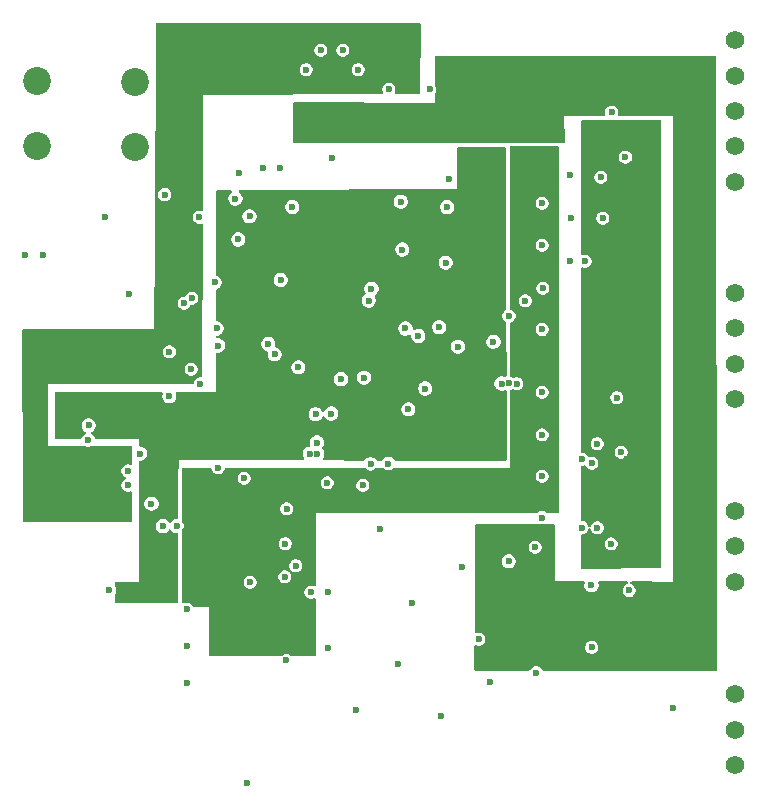
<source format=gbr>
%TF.GenerationSoftware,KiCad,Pcbnew,9.0.6*%
%TF.CreationDate,2026-02-16T15:04:55+01:00*%
%TF.ProjectId,WaterSensor,57617465-7253-4656-9e73-6f722e6b6963,rev?*%
%TF.SameCoordinates,Original*%
%TF.FileFunction,Copper,L3,Inr*%
%TF.FilePolarity,Positive*%
%FSLAX46Y46*%
G04 Gerber Fmt 4.6, Leading zero omitted, Abs format (unit mm)*
G04 Created by KiCad (PCBNEW 9.0.6) date 2026-02-16 15:04:55*
%MOMM*%
%LPD*%
G01*
G04 APERTURE LIST*
%TA.AperFunction,ComponentPad*%
%ADD10C,2.362200*%
%TD*%
%TA.AperFunction,ComponentPad*%
%ADD11C,1.574800*%
%TD*%
%TA.AperFunction,ViaPad*%
%ADD12C,0.600000*%
%TD*%
G04 APERTURE END LIST*
D10*
%TO.N,GND*%
%TO.C,J2*%
X116700000Y-86210251D03*
%TO.N,PS_IN*%
X116700000Y-91710250D03*
%TD*%
D11*
%TO.N,/DAC_PROT&SWITCH/BLKA_PWR*%
%TO.C,J7*%
X167500000Y-138100000D03*
%TO.N,/DAC_PROT&SWITCH/GW_DAC_IN_A*%
X167500000Y-141099999D03*
%TO.N,/DAC_PROT&SWITCH/FW_DAC_IN_A*%
X167500000Y-144099998D03*
%TD*%
%TO.N,/BLK-C-Water/+12V_BLK9C-2*%
%TO.C,J5*%
X167515999Y-104117001D03*
%TO.N,/BLK-C-Water/+12V_BLK9C-3*%
X167515999Y-107117000D03*
%TO.N,/BLK-C-Water/+12V_BLK9C-4*%
X167515999Y-110116999D03*
%TO.N,/BLK-C-Water/+12V_BLK9C-5*%
X167515999Y-113116998D03*
%TD*%
%TO.N,/BLK-C-Water/BLKC_PWR*%
%TO.C,J4*%
X167539999Y-82700002D03*
%TO.N,/BLK-C-Water/+12V_BLK8C-2*%
X167539999Y-85700001D03*
%TO.N,/BLK-C-Water/+12V_BLK8C-3*%
X167539999Y-88700000D03*
%TO.N,/BLK-C-Water/+12V_BLK8C-4*%
X167539999Y-91699999D03*
%TO.N,/BLK-C-Water/+12V_BLK8C-5*%
X167539999Y-94699998D03*
%TD*%
%TO.N,/DAC_PROT&SWITCH/BLKB_PWR*%
%TO.C,J8*%
X167539799Y-122560401D03*
%TO.N,/VIConverter/IoutGW*%
X167539799Y-125560400D03*
%TO.N,/VIConverter/IoutFW*%
X167539799Y-128560399D03*
%TD*%
D10*
%TO.N,/LIN_BUS*%
%TO.C,J3*%
X108439600Y-86189750D03*
%TO.N,GND*%
X108439600Y-91689749D03*
%TD*%
D12*
%TO.N,GND*%
X116200000Y-104170000D03*
X138173650Y-118569999D03*
X158570000Y-129300000D03*
X151210000Y-119620000D03*
X143040000Y-101550000D03*
X123760000Y-108560000D03*
X133430400Y-92650251D03*
X143160000Y-96830000D03*
X136673650Y-118599999D03*
X136750000Y-103750000D03*
X114530000Y-129300000D03*
X108980000Y-100900000D03*
X162280000Y-139210000D03*
X137500000Y-124090000D03*
X139010000Y-135510000D03*
X149070000Y-111790000D03*
X140180000Y-130340000D03*
X122272000Y-111809000D03*
X142483000Y-107004000D03*
X141680000Y-86860000D03*
X114190000Y-97700000D03*
X126430000Y-97620000D03*
X145840000Y-133410000D03*
X117150000Y-117710000D03*
X120910000Y-104960000D03*
X132470400Y-83550251D03*
X142670000Y-139930000D03*
X151200000Y-100050000D03*
X132140000Y-116770000D03*
X123773000Y-118925000D03*
X151210000Y-123120000D03*
X129070000Y-103010000D03*
X107450000Y-100910000D03*
X119650000Y-109100000D03*
X125964000Y-119794000D03*
X131230400Y-85200251D03*
X135630400Y-85200251D03*
X125540000Y-93970000D03*
X121100000Y-133970000D03*
X151200000Y-107200000D03*
X121540000Y-104540000D03*
X151200000Y-112510000D03*
X134178299Y-111402112D03*
X123485000Y-103210000D03*
X118130000Y-121960000D03*
X158260000Y-92600000D03*
X131530000Y-117720000D03*
X134330400Y-83550251D03*
X132160000Y-117730000D03*
X139880000Y-113960000D03*
X136130000Y-111280000D03*
X150620000Y-125620000D03*
X155400000Y-134110000D03*
X139240000Y-96390000D03*
X139360000Y-100430000D03*
X157080000Y-88800000D03*
X133090028Y-134140127D03*
X126470000Y-128600000D03*
X112810000Y-115320000D03*
X148420000Y-111770000D03*
X129566000Y-122394000D03*
X121110000Y-130890000D03*
X121120000Y-137100000D03*
X130050000Y-96830000D03*
X138230000Y-86860251D03*
X151270000Y-103700000D03*
X141300000Y-112200000D03*
X147770000Y-111780000D03*
X133000000Y-120190000D03*
X151200000Y-96510000D03*
X127540000Y-93500000D03*
X135470000Y-139420000D03*
X151200000Y-116110000D03*
X136020000Y-120400000D03*
X119234999Y-95775000D03*
X128555000Y-109304000D03*
X126220000Y-145620000D03*
X129040000Y-93510000D03*
X123650000Y-107110000D03*
X143280000Y-94420000D03*
X112780000Y-116590000D03*
%TO.N,NRST*%
X121480000Y-110550000D03*
X119630000Y-112860000D03*
%TO.N,+5V*%
X124940000Y-133980000D03*
X121305025Y-123855025D03*
X149430000Y-96190000D03*
X128530000Y-134130000D03*
%TO.N,+3.3V*%
X124529975Y-114599975D03*
X126090000Y-102110000D03*
X112785000Y-114020000D03*
X131480000Y-116070000D03*
X125710000Y-111790000D03*
X127810000Y-101030000D03*
X147410000Y-96830000D03*
X145640000Y-95330000D03*
X126620000Y-102590000D03*
X125290000Y-110560000D03*
X132520000Y-96430000D03*
X139380675Y-102140195D03*
X117010000Y-129320000D03*
X122295000Y-117160000D03*
X126355785Y-111452785D03*
X143110000Y-103670000D03*
X140753650Y-117589999D03*
X137250000Y-112180000D03*
X143960000Y-103460000D03*
X137300000Y-112870000D03*
X118615000Y-120140000D03*
X127530000Y-100440000D03*
X136710000Y-112680000D03*
X126270000Y-116270000D03*
X118625000Y-117010000D03*
X139170000Y-102860000D03*
%TO.N,PS_RAW*%
X155400000Y-130270000D03*
X148060000Y-124340000D03*
X146890000Y-124580000D03*
X131120000Y-89110000D03*
X162040000Y-88080000D03*
X156640000Y-129910000D03*
X149690000Y-134340000D03*
X149800000Y-133410000D03*
%TO.N,Vdrive*%
X139940000Y-85590000D03*
X115450000Y-122500000D03*
%TO.N,USART1_TX*%
X116140000Y-119170000D03*
X132030000Y-114370000D03*
%TO.N,USART1_RX*%
X116140000Y-120400000D03*
X133350000Y-114320000D03*
%TO.N,/USB_D-*%
X119098300Y-123830000D03*
X120298300Y-123830000D03*
%TO.N,/VIConverter/IoutGW*%
X155380000Y-128860000D03*
%TO.N,Net-(Q1-C)*%
X154854000Y-101420000D03*
X153600000Y-101420000D03*
%TO.N,Net-(Q2-C)*%
X156331000Y-97763000D03*
X153650000Y-97770000D03*
%TO.N,Net-(Q3-C)*%
X153550000Y-94130000D03*
X156165000Y-94310000D03*
%TO.N,Net-(Q5-C)*%
X154590000Y-118189000D03*
X157520000Y-112970000D03*
%TO.N,Net-(Q6-C)*%
X157040000Y-125350000D03*
X157897851Y-117585421D03*
%TO.N,Net-(Q7-C)*%
X154564000Y-123969000D03*
X155882000Y-123988000D03*
%TO.N,Net-(Q8-C)*%
X155420000Y-118530000D03*
X155871000Y-116871000D03*
%TO.N,+12V*%
X158270000Y-98140000D03*
X158380000Y-102160000D03*
X158310000Y-122300000D03*
X157660000Y-91530000D03*
X157200000Y-126630000D03*
X158280000Y-93980000D03*
X158410000Y-114180000D03*
X158410000Y-118200000D03*
X157080000Y-90180000D03*
X157730000Y-106180000D03*
X158410000Y-110200000D03*
%TO.N,FW_DAC_IN_B*%
X133090000Y-129430000D03*
X131620999Y-129430000D03*
%TO.N,Out1*%
X150700000Y-136310000D03*
X146810000Y-137030000D03*
%TO.N,O2Out1*%
X144404201Y-127295112D03*
X148380000Y-126830000D03*
%TO.N,IN_B*%
X130350000Y-127200000D03*
X129410000Y-128140000D03*
%TO.N,BLKC_SEL_B*%
X148420000Y-106050000D03*
X140721000Y-107750000D03*
%TO.N,BLKC_SEL_C*%
X139628500Y-107111500D03*
X149780000Y-104780000D03*
%TO.N,USART2_TX*%
X128015000Y-108437000D03*
X125470000Y-99580000D03*
%TO.N,EN_LIN*%
X122170000Y-97700000D03*
X136530000Y-104750000D03*
%TO.N,IN_A*%
X129470000Y-125330000D03*
X129560000Y-135200000D03*
%TO.N,USART2_RX*%
X125234999Y-96115000D03*
X130560000Y-110410000D03*
%TO.N,BLKC_SEL_A*%
X147080000Y-108250000D03*
X144072000Y-108658000D03*
%TD*%
%TA.AperFunction,Conductor*%
%TO.N,PS_RAW*%
G36*
X165903114Y-84029708D02*
G01*
X165948891Y-84082493D01*
X165960118Y-84133933D01*
X166009880Y-135985699D01*
X165990260Y-136052757D01*
X165937500Y-136098563D01*
X165885699Y-136109818D01*
X151336964Y-136088569D01*
X151269953Y-136068786D01*
X151229760Y-136026571D01*
X151180520Y-135941284D01*
X151068716Y-135829480D01*
X151068714Y-135829479D01*
X151068709Y-135829475D01*
X150931790Y-135750426D01*
X150931786Y-135750424D01*
X150931784Y-135750423D01*
X150779057Y-135709500D01*
X150620943Y-135709500D01*
X150468216Y-135750423D01*
X150468209Y-135750426D01*
X150331290Y-135829475D01*
X150331282Y-135829481D01*
X150219481Y-135941282D01*
X150219477Y-135941287D01*
X150171314Y-136024709D01*
X150120747Y-136072925D01*
X150063746Y-136086709D01*
X145594119Y-136080181D01*
X145527108Y-136060398D01*
X145481431Y-136007528D01*
X145470300Y-135955881D01*
X145470336Y-135941287D01*
X145474927Y-134043396D01*
X145476666Y-134037525D01*
X154849500Y-134037525D01*
X154849500Y-134182475D01*
X154857573Y-134212602D01*
X154887017Y-134322488D01*
X154959488Y-134448011D01*
X154959490Y-134448013D01*
X154959491Y-134448015D01*
X155061985Y-134550509D01*
X155061986Y-134550510D01*
X155061988Y-134550511D01*
X155187511Y-134622982D01*
X155187512Y-134622982D01*
X155187515Y-134622984D01*
X155327525Y-134660500D01*
X155327528Y-134660500D01*
X155472472Y-134660500D01*
X155472475Y-134660500D01*
X155612485Y-134622984D01*
X155738015Y-134550509D01*
X155840509Y-134448015D01*
X155912984Y-134322485D01*
X155950500Y-134182475D01*
X155950500Y-134037525D01*
X155912984Y-133897515D01*
X155885843Y-133850506D01*
X155840511Y-133771988D01*
X155840506Y-133771982D01*
X155738017Y-133669493D01*
X155738011Y-133669488D01*
X155612488Y-133597017D01*
X155612489Y-133597017D01*
X155584909Y-133589627D01*
X155472475Y-133559500D01*
X155327525Y-133559500D01*
X155215091Y-133589627D01*
X155187511Y-133597017D01*
X155061988Y-133669488D01*
X155061982Y-133669493D01*
X154959493Y-133771982D01*
X154959488Y-133771988D01*
X154887017Y-133897511D01*
X154887016Y-133897515D01*
X154849500Y-134037525D01*
X145476666Y-134037525D01*
X145494774Y-133976405D01*
X145547689Y-133930778D01*
X145616871Y-133921002D01*
X145630997Y-133923917D01*
X145767525Y-133960500D01*
X145767528Y-133960500D01*
X145912472Y-133960500D01*
X145912475Y-133960500D01*
X146052485Y-133922984D01*
X146054170Y-133922011D01*
X146054171Y-133922011D01*
X146096605Y-133897511D01*
X146178015Y-133850509D01*
X146280509Y-133748015D01*
X146352984Y-133622485D01*
X146390500Y-133482475D01*
X146390500Y-133337525D01*
X146352984Y-133197515D01*
X146280509Y-133071985D01*
X146178015Y-132969491D01*
X146178013Y-132969490D01*
X146178011Y-132969488D01*
X146052488Y-132897017D01*
X146052489Y-132897017D01*
X146039703Y-132893591D01*
X145912475Y-132859500D01*
X145767525Y-132859500D01*
X145634088Y-132895254D01*
X145564238Y-132893591D01*
X145506376Y-132854428D01*
X145478872Y-132790200D01*
X145477995Y-132775187D01*
X145492570Y-126750943D01*
X147779500Y-126750943D01*
X147779500Y-126909056D01*
X147820423Y-127061783D01*
X147820426Y-127061790D01*
X147899475Y-127198709D01*
X147899479Y-127198714D01*
X147899480Y-127198716D01*
X148011284Y-127310520D01*
X148011286Y-127310521D01*
X148011290Y-127310524D01*
X148121528Y-127374169D01*
X148148216Y-127389577D01*
X148300943Y-127430500D01*
X148300945Y-127430500D01*
X148459055Y-127430500D01*
X148459057Y-127430500D01*
X148611784Y-127389577D01*
X148748716Y-127310520D01*
X148860520Y-127198716D01*
X148939577Y-127061784D01*
X148980500Y-126909057D01*
X148980500Y-126750943D01*
X148939577Y-126598216D01*
X148939573Y-126598209D01*
X148860524Y-126461290D01*
X148860518Y-126461282D01*
X148748717Y-126349481D01*
X148748709Y-126349475D01*
X148611790Y-126270426D01*
X148611786Y-126270424D01*
X148611784Y-126270423D01*
X148459057Y-126229500D01*
X148300943Y-126229500D01*
X148148216Y-126270423D01*
X148148209Y-126270426D01*
X148011290Y-126349475D01*
X148011282Y-126349481D01*
X147899481Y-126461282D01*
X147899475Y-126461290D01*
X147820426Y-126598209D01*
X147820423Y-126598216D01*
X147779500Y-126750943D01*
X145492570Y-126750943D01*
X145495481Y-125547525D01*
X150069500Y-125547525D01*
X150069500Y-125692475D01*
X150107016Y-125832485D01*
X150107017Y-125832488D01*
X150179488Y-125958011D01*
X150179490Y-125958013D01*
X150179491Y-125958015D01*
X150281985Y-126060509D01*
X150281986Y-126060510D01*
X150281988Y-126060511D01*
X150407511Y-126132982D01*
X150407512Y-126132982D01*
X150407515Y-126132984D01*
X150547525Y-126170500D01*
X150547528Y-126170500D01*
X150692472Y-126170500D01*
X150692475Y-126170500D01*
X150832485Y-126132984D01*
X150958015Y-126060509D01*
X151060509Y-125958015D01*
X151132984Y-125832485D01*
X151170500Y-125692475D01*
X151170500Y-125547525D01*
X151132984Y-125407515D01*
X151060509Y-125281985D01*
X150958015Y-125179491D01*
X150958013Y-125179490D01*
X150958011Y-125179488D01*
X150832488Y-125107017D01*
X150832489Y-125107017D01*
X150821006Y-125103940D01*
X150692475Y-125069500D01*
X150547525Y-125069500D01*
X150418993Y-125103940D01*
X150407511Y-125107017D01*
X150281988Y-125179488D01*
X150281982Y-125179493D01*
X150179493Y-125281982D01*
X150179488Y-125281988D01*
X150107017Y-125407511D01*
X150107016Y-125407515D01*
X150069500Y-125547525D01*
X145495481Y-125547525D01*
X145499700Y-123803881D01*
X145519547Y-123736890D01*
X145572462Y-123691263D01*
X145623878Y-123680182D01*
X152145926Y-123689816D01*
X152212934Y-123709600D01*
X152258611Y-123762471D01*
X152269741Y-123814074D01*
X152262207Y-127430499D01*
X152260000Y-128490000D01*
X154692189Y-128506923D01*
X154759088Y-128527074D01*
X154804474Y-128580195D01*
X154813936Y-128649421D01*
X154811099Y-128663013D01*
X154787925Y-128749500D01*
X154779500Y-128780943D01*
X154779500Y-128939057D01*
X154785645Y-128961988D01*
X154820423Y-129091783D01*
X154820426Y-129091790D01*
X154899475Y-129228709D01*
X154899479Y-129228714D01*
X154899480Y-129228716D01*
X155011284Y-129340520D01*
X155011286Y-129340521D01*
X155011290Y-129340524D01*
X155066632Y-129372475D01*
X155148216Y-129419577D01*
X155300943Y-129460500D01*
X155300945Y-129460500D01*
X155459055Y-129460500D01*
X155459057Y-129460500D01*
X155611784Y-129419577D01*
X155748716Y-129340520D01*
X155860520Y-129228716D01*
X155939577Y-129091784D01*
X155980500Y-128939057D01*
X155980500Y-128780943D01*
X155951473Y-128672612D01*
X155953136Y-128602766D01*
X155992298Y-128544903D01*
X156056527Y-128517399D01*
X156072101Y-128516525D01*
X158366420Y-128532490D01*
X158433321Y-128552641D01*
X158478707Y-128605762D01*
X158488169Y-128674988D01*
X158458703Y-128738340D01*
X158399663Y-128775704D01*
X158397707Y-128776246D01*
X158362276Y-128785740D01*
X158357511Y-128787017D01*
X158231988Y-128859488D01*
X158231982Y-128859493D01*
X158129493Y-128961982D01*
X158129488Y-128961988D01*
X158057017Y-129087511D01*
X158055818Y-129091985D01*
X158019500Y-129227525D01*
X158019500Y-129372475D01*
X158043087Y-129460500D01*
X158057017Y-129512488D01*
X158129488Y-129638011D01*
X158129490Y-129638013D01*
X158129491Y-129638015D01*
X158231985Y-129740509D01*
X158231986Y-129740510D01*
X158231988Y-129740511D01*
X158357511Y-129812982D01*
X158357512Y-129812982D01*
X158357515Y-129812984D01*
X158497525Y-129850500D01*
X158497528Y-129850500D01*
X158642472Y-129850500D01*
X158642475Y-129850500D01*
X158782485Y-129812984D01*
X158908015Y-129740509D01*
X159010509Y-129638015D01*
X159082984Y-129512485D01*
X159120500Y-129372475D01*
X159120500Y-129227525D01*
X159082984Y-129087515D01*
X159010509Y-128961985D01*
X158908015Y-128859491D01*
X158908013Y-128859490D01*
X158908011Y-128859488D01*
X158782488Y-128787017D01*
X158782489Y-128787017D01*
X158779293Y-128786160D01*
X158753248Y-128779181D01*
X158693590Y-128742818D01*
X158663061Y-128679971D01*
X158671356Y-128610595D01*
X158715841Y-128556717D01*
X158782393Y-128535443D01*
X158786207Y-128535411D01*
X162320000Y-128560000D01*
X162250000Y-89110000D01*
X162249999Y-89110000D01*
X162249999Y-89109999D01*
X157722516Y-89134682D01*
X157655370Y-89115363D01*
X157609328Y-89062810D01*
X157599008Y-88993706D01*
X157602061Y-88978608D01*
X157630500Y-88872475D01*
X157630500Y-88727525D01*
X157592984Y-88587515D01*
X157520509Y-88461985D01*
X157418015Y-88359491D01*
X157418013Y-88359490D01*
X157418011Y-88359488D01*
X157292488Y-88287017D01*
X157292489Y-88287017D01*
X157281006Y-88283940D01*
X157152475Y-88249500D01*
X157007525Y-88249500D01*
X156878993Y-88283940D01*
X156867511Y-88287017D01*
X156741988Y-88359488D01*
X156741982Y-88359493D01*
X156639493Y-88461982D01*
X156639488Y-88461988D01*
X156567017Y-88587511D01*
X156567016Y-88587515D01*
X156529500Y-88727525D01*
X156529500Y-88727527D01*
X156529500Y-88872474D01*
X156559806Y-88985579D01*
X156558143Y-89055429D01*
X156518980Y-89113291D01*
X156454752Y-89140795D01*
X156440707Y-89141670D01*
X153071918Y-89160036D01*
X153098452Y-91314363D01*
X153079594Y-91381640D01*
X153027358Y-91428041D01*
X152974353Y-91439890D01*
X130215810Y-91420144D01*
X130148788Y-91400401D01*
X130103079Y-91347558D01*
X130091918Y-91296144D01*
X130091918Y-88104139D01*
X130111603Y-88037100D01*
X130164407Y-87991345D01*
X130216017Y-87980139D01*
X142120000Y-87990000D01*
X142118463Y-87235035D01*
X142135074Y-87172786D01*
X142192984Y-87072485D01*
X142230500Y-86932475D01*
X142230500Y-86787525D01*
X142192984Y-86647515D01*
X142133544Y-86544562D01*
X142116931Y-86482816D01*
X142112170Y-84144233D01*
X142131718Y-84077157D01*
X142184429Y-84031295D01*
X142236114Y-84019984D01*
X165836066Y-84010052D01*
X165903114Y-84029708D01*
G37*
%TD.AperFunction*%
%TD*%
%TA.AperFunction,Conductor*%
%TO.N,+12V*%
G36*
X161232886Y-89469768D02*
G01*
X161278719Y-89522505D01*
X161290000Y-89574182D01*
X161290000Y-127306181D01*
X161270315Y-127373220D01*
X161217511Y-127418975D01*
X161166182Y-127430181D01*
X154594214Y-127439817D01*
X154527146Y-127420231D01*
X154481313Y-127367494D01*
X154470032Y-127315787D01*
X154470569Y-125277525D01*
X156489500Y-125277525D01*
X156489500Y-125422475D01*
X156527016Y-125562485D01*
X156527017Y-125562488D01*
X156599488Y-125688011D01*
X156599490Y-125688013D01*
X156599491Y-125688015D01*
X156701985Y-125790509D01*
X156701986Y-125790510D01*
X156701988Y-125790511D01*
X156827511Y-125862982D01*
X156827512Y-125862982D01*
X156827515Y-125862984D01*
X156967525Y-125900500D01*
X156967528Y-125900500D01*
X157112472Y-125900500D01*
X157112475Y-125900500D01*
X157252485Y-125862984D01*
X157378015Y-125790509D01*
X157480509Y-125688015D01*
X157552984Y-125562485D01*
X157590500Y-125422475D01*
X157590500Y-125277525D01*
X157552984Y-125137515D01*
X157480509Y-125011985D01*
X157378015Y-124909491D01*
X157378013Y-124909490D01*
X157378011Y-124909488D01*
X157252488Y-124837017D01*
X157252489Y-124837017D01*
X157241006Y-124833940D01*
X157112475Y-124799500D01*
X156967525Y-124799500D01*
X156838993Y-124833940D01*
X156827511Y-124837017D01*
X156701988Y-124909488D01*
X156701982Y-124909493D01*
X156599493Y-125011982D01*
X156599488Y-125011988D01*
X156527017Y-125137511D01*
X156527016Y-125137515D01*
X156489500Y-125277525D01*
X154470569Y-125277525D01*
X154470736Y-124643465D01*
X154490438Y-124576433D01*
X154543254Y-124530692D01*
X154594736Y-124519500D01*
X154636472Y-124519500D01*
X154636475Y-124519500D01*
X154776485Y-124481984D01*
X154902015Y-124409509D01*
X155004509Y-124307015D01*
X155076984Y-124181485D01*
X155100680Y-124093047D01*
X155137044Y-124033390D01*
X155199891Y-124002861D01*
X155269266Y-124011155D01*
X155323144Y-124055641D01*
X155340229Y-124093050D01*
X155369017Y-124200488D01*
X155441488Y-124326011D01*
X155441490Y-124326013D01*
X155441491Y-124326015D01*
X155543985Y-124428509D01*
X155543986Y-124428510D01*
X155543988Y-124428511D01*
X155669511Y-124500982D01*
X155669512Y-124500982D01*
X155669515Y-124500984D01*
X155809525Y-124538500D01*
X155809528Y-124538500D01*
X155954472Y-124538500D01*
X155954475Y-124538500D01*
X156094485Y-124500984D01*
X156220015Y-124428509D01*
X156322509Y-124326015D01*
X156394984Y-124200485D01*
X156432500Y-124060475D01*
X156432500Y-123915525D01*
X156394984Y-123775515D01*
X156384014Y-123756515D01*
X156322511Y-123649988D01*
X156322506Y-123649982D01*
X156220017Y-123547493D01*
X156220011Y-123547488D01*
X156094488Y-123475017D01*
X156094489Y-123475017D01*
X156083006Y-123471940D01*
X155954475Y-123437500D01*
X155809525Y-123437500D01*
X155680993Y-123471940D01*
X155669511Y-123475017D01*
X155543988Y-123547488D01*
X155543982Y-123547493D01*
X155441493Y-123649982D01*
X155441488Y-123649988D01*
X155369017Y-123775511D01*
X155345320Y-123863949D01*
X155308954Y-123923610D01*
X155246107Y-123954138D01*
X155176732Y-123945843D01*
X155122854Y-123901357D01*
X155105772Y-123863952D01*
X155076984Y-123756515D01*
X155015480Y-123649988D01*
X155004511Y-123630988D01*
X155004506Y-123630982D01*
X154902017Y-123528493D01*
X154902011Y-123528488D01*
X154776488Y-123456017D01*
X154776489Y-123456017D01*
X154765006Y-123452940D01*
X154636475Y-123418500D01*
X154595091Y-123418500D01*
X154528052Y-123398815D01*
X154482297Y-123346011D01*
X154471091Y-123294469D01*
X154472258Y-118863466D01*
X154491960Y-118796433D01*
X154544776Y-118750692D01*
X154575965Y-118741172D01*
X154586044Y-118739500D01*
X154662475Y-118739500D01*
X154786699Y-118706213D01*
X154792654Y-118705226D01*
X154821573Y-118708748D01*
X154850702Y-118709442D01*
X154855845Y-118712922D01*
X154862011Y-118713674D01*
X154884439Y-118732275D01*
X154908565Y-118748604D01*
X154914591Y-118757283D01*
X154915791Y-118758278D01*
X154916218Y-118759626D01*
X154920334Y-118765553D01*
X154979491Y-118868015D01*
X155081985Y-118970509D01*
X155081986Y-118970510D01*
X155081988Y-118970511D01*
X155207511Y-119042982D01*
X155207512Y-119042982D01*
X155207515Y-119042984D01*
X155347525Y-119080500D01*
X155347528Y-119080500D01*
X155492472Y-119080500D01*
X155492475Y-119080500D01*
X155632485Y-119042984D01*
X155758015Y-118970509D01*
X155860509Y-118868015D01*
X155932984Y-118742485D01*
X155970500Y-118602475D01*
X155970500Y-118457525D01*
X155932984Y-118317515D01*
X155860509Y-118191985D01*
X155758015Y-118089491D01*
X155758013Y-118089490D01*
X155758011Y-118089488D01*
X155632488Y-118017017D01*
X155632489Y-118017017D01*
X155604648Y-118009557D01*
X155492475Y-117979500D01*
X155347525Y-117979500D01*
X155229145Y-118011220D01*
X155159295Y-118009557D01*
X155101433Y-117970394D01*
X155089665Y-117953446D01*
X155072340Y-117923438D01*
X155030509Y-117850985D01*
X154928015Y-117748491D01*
X154928013Y-117748490D01*
X154928011Y-117748488D01*
X154802488Y-117676017D01*
X154802489Y-117676017D01*
X154791006Y-117672940D01*
X154662475Y-117638500D01*
X154596613Y-117638500D01*
X154529574Y-117618815D01*
X154483819Y-117566011D01*
X154472613Y-117514467D01*
X154472614Y-117512948D01*
X154472614Y-117512946D01*
X157347351Y-117512946D01*
X157347351Y-117657896D01*
X157371627Y-117748493D01*
X157384868Y-117797909D01*
X157457339Y-117923432D01*
X157457341Y-117923434D01*
X157457342Y-117923436D01*
X157559836Y-118025930D01*
X157559837Y-118025931D01*
X157559839Y-118025932D01*
X157685362Y-118098403D01*
X157685363Y-118098403D01*
X157685366Y-118098405D01*
X157825376Y-118135921D01*
X157825379Y-118135921D01*
X157970323Y-118135921D01*
X157970326Y-118135921D01*
X158110336Y-118098405D01*
X158235866Y-118025930D01*
X158338360Y-117923436D01*
X158410835Y-117797906D01*
X158448351Y-117657896D01*
X158448351Y-117512946D01*
X158410835Y-117372936D01*
X158375368Y-117311506D01*
X158338362Y-117247409D01*
X158338357Y-117247403D01*
X158235868Y-117144914D01*
X158235862Y-117144909D01*
X158110339Y-117072438D01*
X158110340Y-117072438D01*
X158098857Y-117069361D01*
X157970326Y-117034921D01*
X157825376Y-117034921D01*
X157696844Y-117069361D01*
X157685362Y-117072438D01*
X157559839Y-117144909D01*
X157559833Y-117144914D01*
X157457344Y-117247403D01*
X157457339Y-117247409D01*
X157384868Y-117372932D01*
X157384867Y-117372936D01*
X157347351Y-117512946D01*
X154472614Y-117512946D01*
X154472802Y-116798525D01*
X155320500Y-116798525D01*
X155320500Y-116943475D01*
X155355056Y-117072437D01*
X155358017Y-117083488D01*
X155430488Y-117209011D01*
X155430490Y-117209013D01*
X155430491Y-117209015D01*
X155532985Y-117311509D01*
X155532986Y-117311510D01*
X155532988Y-117311511D01*
X155658511Y-117383982D01*
X155658512Y-117383982D01*
X155658515Y-117383984D01*
X155798525Y-117421500D01*
X155798528Y-117421500D01*
X155943472Y-117421500D01*
X155943475Y-117421500D01*
X156083485Y-117383984D01*
X156209015Y-117311509D01*
X156311509Y-117209015D01*
X156383984Y-117083485D01*
X156421500Y-116943475D01*
X156421500Y-116798525D01*
X156383984Y-116658515D01*
X156311509Y-116532985D01*
X156209015Y-116430491D01*
X156209013Y-116430490D01*
X156209011Y-116430488D01*
X156083488Y-116358017D01*
X156083489Y-116358017D01*
X156072006Y-116354940D01*
X155943475Y-116320500D01*
X155798525Y-116320500D01*
X155669993Y-116354940D01*
X155658511Y-116358017D01*
X155532988Y-116430488D01*
X155532982Y-116430493D01*
X155430493Y-116532982D01*
X155430488Y-116532988D01*
X155358017Y-116658511D01*
X155358016Y-116658515D01*
X155320500Y-116798525D01*
X154472802Y-116798525D01*
X154473829Y-112897525D01*
X156969500Y-112897525D01*
X156969500Y-113042475D01*
X157007016Y-113182485D01*
X157007017Y-113182488D01*
X157079488Y-113308011D01*
X157079490Y-113308013D01*
X157079491Y-113308015D01*
X157181985Y-113410509D01*
X157181986Y-113410510D01*
X157181988Y-113410511D01*
X157307511Y-113482982D01*
X157307512Y-113482982D01*
X157307515Y-113482984D01*
X157447525Y-113520500D01*
X157447528Y-113520500D01*
X157592472Y-113520500D01*
X157592475Y-113520500D01*
X157732485Y-113482984D01*
X157858015Y-113410509D01*
X157960509Y-113308015D01*
X158032984Y-113182485D01*
X158070500Y-113042475D01*
X158070500Y-112897525D01*
X158032984Y-112757515D01*
X157960509Y-112631985D01*
X157858015Y-112529491D01*
X157858013Y-112529490D01*
X157858011Y-112529488D01*
X157732488Y-112457017D01*
X157732489Y-112457017D01*
X157721006Y-112453940D01*
X157592475Y-112419500D01*
X157447525Y-112419500D01*
X157318993Y-112453940D01*
X157307511Y-112457017D01*
X157181988Y-112529488D01*
X157181982Y-112529493D01*
X157079493Y-112631982D01*
X157079488Y-112631988D01*
X157007017Y-112757511D01*
X157007016Y-112757515D01*
X156969500Y-112897525D01*
X154473829Y-112897525D01*
X154476685Y-102050250D01*
X154496386Y-101983220D01*
X154549202Y-101937479D01*
X154618363Y-101927554D01*
X154633445Y-101931698D01*
X154633665Y-101930880D01*
X154641513Y-101932982D01*
X154641515Y-101932984D01*
X154781525Y-101970500D01*
X154781528Y-101970500D01*
X154926472Y-101970500D01*
X154926475Y-101970500D01*
X155066485Y-101932984D01*
X155192015Y-101860509D01*
X155294509Y-101758015D01*
X155366984Y-101632485D01*
X155404500Y-101492475D01*
X155404500Y-101347525D01*
X155366984Y-101207515D01*
X155294509Y-101081985D01*
X155192015Y-100979491D01*
X155192013Y-100979490D01*
X155192011Y-100979488D01*
X155066488Y-100907017D01*
X155066489Y-100907017D01*
X155055006Y-100903940D01*
X154926475Y-100869500D01*
X154781525Y-100869500D01*
X154641515Y-100907016D01*
X154641513Y-100907017D01*
X154633665Y-100909120D01*
X154632788Y-100905847D01*
X154578833Y-100911574D01*
X154516396Y-100880213D01*
X154480826Y-100820076D01*
X154477016Y-100789548D01*
X154477832Y-97690525D01*
X155780500Y-97690525D01*
X155780500Y-97835475D01*
X155782376Y-97842475D01*
X155818017Y-97975488D01*
X155890488Y-98101011D01*
X155890490Y-98101013D01*
X155890491Y-98101015D01*
X155992985Y-98203509D01*
X155992986Y-98203510D01*
X155992988Y-98203511D01*
X156118511Y-98275982D01*
X156118512Y-98275982D01*
X156118515Y-98275984D01*
X156258525Y-98313500D01*
X156258528Y-98313500D01*
X156403472Y-98313500D01*
X156403475Y-98313500D01*
X156543485Y-98275984D01*
X156669015Y-98203509D01*
X156771509Y-98101015D01*
X156843984Y-97975485D01*
X156881500Y-97835475D01*
X156881500Y-97690525D01*
X156843984Y-97550515D01*
X156775550Y-97431985D01*
X156771511Y-97424988D01*
X156771506Y-97424982D01*
X156669017Y-97322493D01*
X156669011Y-97322488D01*
X156543488Y-97250017D01*
X156543489Y-97250017D01*
X156532006Y-97246940D01*
X156403475Y-97212500D01*
X156258525Y-97212500D01*
X156129993Y-97246940D01*
X156118511Y-97250017D01*
X155992988Y-97322488D01*
X155992982Y-97322493D01*
X155890493Y-97424982D01*
X155890488Y-97424988D01*
X155818017Y-97550511D01*
X155818016Y-97550515D01*
X155780500Y-97690525D01*
X154477832Y-97690525D01*
X154478741Y-94237525D01*
X155614500Y-94237525D01*
X155614500Y-94382475D01*
X155652016Y-94522485D01*
X155652017Y-94522488D01*
X155724488Y-94648011D01*
X155724490Y-94648013D01*
X155724491Y-94648015D01*
X155826985Y-94750509D01*
X155826986Y-94750510D01*
X155826988Y-94750511D01*
X155952511Y-94822982D01*
X155952512Y-94822982D01*
X155952515Y-94822984D01*
X156092525Y-94860500D01*
X156092528Y-94860500D01*
X156237472Y-94860500D01*
X156237475Y-94860500D01*
X156377485Y-94822984D01*
X156503015Y-94750509D01*
X156605509Y-94648015D01*
X156677984Y-94522485D01*
X156715500Y-94382475D01*
X156715500Y-94237525D01*
X156677984Y-94097515D01*
X156605509Y-93971985D01*
X156503015Y-93869491D01*
X156503013Y-93869490D01*
X156503011Y-93869488D01*
X156377488Y-93797017D01*
X156377489Y-93797017D01*
X156366006Y-93793940D01*
X156237475Y-93759500D01*
X156092525Y-93759500D01*
X155963993Y-93793940D01*
X155952511Y-93797017D01*
X155826988Y-93869488D01*
X155826982Y-93869493D01*
X155724493Y-93971982D01*
X155724488Y-93971988D01*
X155652017Y-94097511D01*
X155652016Y-94097515D01*
X155614500Y-94237525D01*
X154478741Y-94237525D01*
X154479191Y-92527525D01*
X157709500Y-92527525D01*
X157709500Y-92672475D01*
X157747016Y-92812485D01*
X157747017Y-92812488D01*
X157819488Y-92938011D01*
X157819490Y-92938013D01*
X157819491Y-92938015D01*
X157921985Y-93040509D01*
X157921986Y-93040510D01*
X157921988Y-93040511D01*
X158047511Y-93112982D01*
X158047512Y-93112982D01*
X158047515Y-93112984D01*
X158187525Y-93150500D01*
X158187528Y-93150500D01*
X158332472Y-93150500D01*
X158332475Y-93150500D01*
X158472485Y-93112984D01*
X158598015Y-93040509D01*
X158700509Y-92938015D01*
X158772984Y-92812485D01*
X158810500Y-92672475D01*
X158810500Y-92527525D01*
X158772984Y-92387515D01*
X158700509Y-92261985D01*
X158598015Y-92159491D01*
X158598013Y-92159490D01*
X158598011Y-92159488D01*
X158472488Y-92087017D01*
X158472489Y-92087017D01*
X158461006Y-92083940D01*
X158332475Y-92049500D01*
X158187525Y-92049500D01*
X158058993Y-92083940D01*
X158047511Y-92087017D01*
X157921988Y-92159488D01*
X157921982Y-92159493D01*
X157819493Y-92261982D01*
X157819488Y-92261988D01*
X157747017Y-92387511D01*
X157747016Y-92387515D01*
X157709500Y-92527525D01*
X154479191Y-92527525D01*
X154479967Y-89583783D01*
X154499669Y-89516751D01*
X154552485Y-89471010D01*
X154603783Y-89459818D01*
X161165819Y-89450182D01*
X161232886Y-89469768D01*
G37*
%TD.AperFunction*%
%TD*%
%TA.AperFunction,Conductor*%
%TO.N,+5V*%
G36*
X152516224Y-91694992D02*
G01*
X152583244Y-91714735D01*
X152628953Y-91767578D01*
X152640114Y-91818912D01*
X152659920Y-122655920D01*
X152640278Y-122722972D01*
X152587504Y-122768761D01*
X152535920Y-122780000D01*
X151699886Y-122780000D01*
X151632847Y-122760315D01*
X151612205Y-122743681D01*
X151548017Y-122679493D01*
X151548011Y-122679488D01*
X151422488Y-122607017D01*
X151422489Y-122607017D01*
X151411006Y-122603940D01*
X151282475Y-122569500D01*
X151137525Y-122569500D01*
X151008993Y-122603940D01*
X150997511Y-122607017D01*
X150871988Y-122679488D01*
X150871982Y-122679493D01*
X150807795Y-122743681D01*
X150746472Y-122777166D01*
X150720114Y-122780000D01*
X132060000Y-122780000D01*
X132060000Y-128833020D01*
X132040315Y-128900059D01*
X131987511Y-128945814D01*
X131918353Y-128955758D01*
X131874001Y-128940407D01*
X131833491Y-128917018D01*
X131833488Y-128917017D01*
X131822005Y-128913940D01*
X131693474Y-128879500D01*
X131548524Y-128879500D01*
X131419992Y-128913940D01*
X131408510Y-128917017D01*
X131282987Y-128989488D01*
X131282981Y-128989493D01*
X131180492Y-129091982D01*
X131180487Y-129091988D01*
X131108016Y-129217511D01*
X131108015Y-129217515D01*
X131070499Y-129357525D01*
X131070499Y-129502475D01*
X131108015Y-129642485D01*
X131108016Y-129642488D01*
X131180487Y-129768011D01*
X131180489Y-129768013D01*
X131180490Y-129768015D01*
X131282984Y-129870509D01*
X131282985Y-129870510D01*
X131282987Y-129870511D01*
X131408510Y-129942982D01*
X131408511Y-129942982D01*
X131408514Y-129942984D01*
X131548524Y-129980500D01*
X131548527Y-129980500D01*
X131693471Y-129980500D01*
X131693474Y-129980500D01*
X131833484Y-129942984D01*
X131833486Y-129942982D01*
X131833488Y-129942982D01*
X131833489Y-129942981D01*
X131873999Y-129919593D01*
X131941899Y-129903119D01*
X132007926Y-129925971D01*
X132051117Y-129980892D01*
X132060000Y-130026979D01*
X132060000Y-134746000D01*
X132040315Y-134813039D01*
X131987511Y-134858794D01*
X131936000Y-134870000D01*
X130059886Y-134870000D01*
X129992847Y-134850315D01*
X129972205Y-134833681D01*
X129898017Y-134759493D01*
X129898011Y-134759488D01*
X129772488Y-134687017D01*
X129772489Y-134687017D01*
X129761006Y-134683940D01*
X129632475Y-134649500D01*
X129487525Y-134649500D01*
X129358993Y-134683940D01*
X129347511Y-134687017D01*
X129221988Y-134759488D01*
X129221982Y-134759493D01*
X129147795Y-134833681D01*
X129086472Y-134867166D01*
X129060114Y-134870000D01*
X123104000Y-134870000D01*
X123036961Y-134850315D01*
X122991206Y-134797511D01*
X122980000Y-134746000D01*
X122980000Y-130690000D01*
X122979999Y-130689999D01*
X121690258Y-130672878D01*
X121623486Y-130652305D01*
X121584517Y-130610889D01*
X121550509Y-130551985D01*
X121448015Y-130449491D01*
X121448013Y-130449490D01*
X121448011Y-130449488D01*
X121322488Y-130377017D01*
X121322489Y-130377017D01*
X121311006Y-130373940D01*
X121182475Y-130339500D01*
X121037525Y-130339500D01*
X120918731Y-130371331D01*
X120897507Y-130377018D01*
X120891443Y-130379530D01*
X120821973Y-130386993D01*
X120759497Y-130355713D01*
X120723849Y-130295621D01*
X120720000Y-130264965D01*
X120720000Y-128527525D01*
X125919500Y-128527525D01*
X125919500Y-128672475D01*
X125927311Y-128701625D01*
X125957017Y-128812488D01*
X126029488Y-128938011D01*
X126029490Y-128938013D01*
X126029491Y-128938015D01*
X126131985Y-129040509D01*
X126131986Y-129040510D01*
X126131988Y-129040511D01*
X126257511Y-129112982D01*
X126257512Y-129112982D01*
X126257515Y-129112984D01*
X126397525Y-129150500D01*
X126397528Y-129150500D01*
X126542472Y-129150500D01*
X126542475Y-129150500D01*
X126682485Y-129112984D01*
X126808015Y-129040509D01*
X126910509Y-128938015D01*
X126982984Y-128812485D01*
X127020500Y-128672475D01*
X127020500Y-128527525D01*
X126982984Y-128387515D01*
X126962759Y-128352485D01*
X126910511Y-128261988D01*
X126910506Y-128261982D01*
X126808016Y-128159492D01*
X126808015Y-128159491D01*
X126786113Y-128146846D01*
X126682488Y-128087017D01*
X126682489Y-128087017D01*
X126671006Y-128083940D01*
X126609745Y-128067525D01*
X128859500Y-128067525D01*
X128859500Y-128212475D01*
X128897016Y-128352485D01*
X128897017Y-128352488D01*
X128969488Y-128478011D01*
X128969490Y-128478013D01*
X128969491Y-128478015D01*
X129071985Y-128580509D01*
X129071986Y-128580510D01*
X129071988Y-128580511D01*
X129197511Y-128652982D01*
X129197512Y-128652982D01*
X129197515Y-128652984D01*
X129337525Y-128690500D01*
X129337528Y-128690500D01*
X129482472Y-128690500D01*
X129482475Y-128690500D01*
X129622485Y-128652984D01*
X129748015Y-128580509D01*
X129850509Y-128478015D01*
X129922984Y-128352485D01*
X129960500Y-128212475D01*
X129960500Y-128067525D01*
X129922984Y-127927515D01*
X129861314Y-127820700D01*
X129844842Y-127752803D01*
X129867694Y-127686776D01*
X129922615Y-127643585D01*
X129992168Y-127636943D01*
X130030698Y-127651313D01*
X130137515Y-127712984D01*
X130277525Y-127750500D01*
X130277528Y-127750500D01*
X130422472Y-127750500D01*
X130422475Y-127750500D01*
X130562485Y-127712984D01*
X130688015Y-127640509D01*
X130790509Y-127538015D01*
X130862984Y-127412485D01*
X130900500Y-127272475D01*
X130900500Y-127127525D01*
X130862984Y-126987515D01*
X130790509Y-126861985D01*
X130688015Y-126759491D01*
X130688013Y-126759490D01*
X130688011Y-126759488D01*
X130562488Y-126687017D01*
X130562489Y-126687017D01*
X130551006Y-126683940D01*
X130422475Y-126649500D01*
X130277525Y-126649500D01*
X130148993Y-126683940D01*
X130137511Y-126687017D01*
X130011988Y-126759488D01*
X130011982Y-126759493D01*
X129909493Y-126861982D01*
X129909488Y-126861988D01*
X129837017Y-126987511D01*
X129837016Y-126987515D01*
X129799500Y-127127525D01*
X129799500Y-127272475D01*
X129837016Y-127412485D01*
X129837017Y-127412488D01*
X129898684Y-127519297D01*
X129915157Y-127587197D01*
X129892305Y-127653224D01*
X129837384Y-127696414D01*
X129767830Y-127703056D01*
X129729297Y-127688684D01*
X129622488Y-127627017D01*
X129622489Y-127627017D01*
X129611006Y-127623940D01*
X129482475Y-127589500D01*
X129337525Y-127589500D01*
X129208993Y-127623940D01*
X129197511Y-127627017D01*
X129071988Y-127699488D01*
X129071982Y-127699493D01*
X128969493Y-127801982D01*
X128969488Y-127801988D01*
X128897017Y-127927511D01*
X128897016Y-127927515D01*
X128859500Y-128067525D01*
X126609745Y-128067525D01*
X126542475Y-128049500D01*
X126397525Y-128049500D01*
X126268993Y-128083940D01*
X126257511Y-128087017D01*
X126131988Y-128159488D01*
X126131982Y-128159493D01*
X126029493Y-128261982D01*
X126029488Y-128261988D01*
X125957017Y-128387511D01*
X125957016Y-128387515D01*
X125919500Y-128527525D01*
X120720000Y-128527525D01*
X120720000Y-125257525D01*
X128919500Y-125257525D01*
X128919500Y-125402475D01*
X128957016Y-125542485D01*
X128957017Y-125542488D01*
X129029488Y-125668011D01*
X129029490Y-125668013D01*
X129029491Y-125668015D01*
X129131985Y-125770509D01*
X129131986Y-125770510D01*
X129131988Y-125770511D01*
X129257511Y-125842982D01*
X129257512Y-125842982D01*
X129257515Y-125842984D01*
X129397525Y-125880500D01*
X129397528Y-125880500D01*
X129542472Y-125880500D01*
X129542475Y-125880500D01*
X129682485Y-125842984D01*
X129808015Y-125770509D01*
X129910509Y-125668015D01*
X129982984Y-125542485D01*
X130020500Y-125402475D01*
X130020500Y-125257525D01*
X129982984Y-125117515D01*
X129910509Y-124991985D01*
X129808015Y-124889491D01*
X129808013Y-124889490D01*
X129808011Y-124889488D01*
X129682488Y-124817017D01*
X129682489Y-124817017D01*
X129671006Y-124813940D01*
X129542475Y-124779500D01*
X129397525Y-124779500D01*
X129268993Y-124813940D01*
X129257511Y-124817017D01*
X129131988Y-124889488D01*
X129131982Y-124889493D01*
X129029493Y-124991982D01*
X129029488Y-124991988D01*
X128957017Y-125117511D01*
X128957016Y-125117515D01*
X128919500Y-125257525D01*
X120720000Y-125257525D01*
X120720000Y-124233818D01*
X120736613Y-124171817D01*
X120738806Y-124168017D01*
X120738809Y-124168015D01*
X120811284Y-124042485D01*
X120848800Y-123902475D01*
X120848800Y-123757525D01*
X120811284Y-123617515D01*
X120809115Y-123613759D01*
X120736613Y-123488181D01*
X120720000Y-123426181D01*
X120720000Y-122321525D01*
X129015500Y-122321525D01*
X129015500Y-122466475D01*
X129043106Y-122569500D01*
X129053017Y-122606488D01*
X129125488Y-122732011D01*
X129125490Y-122732013D01*
X129125491Y-122732015D01*
X129227985Y-122834509D01*
X129227986Y-122834510D01*
X129227988Y-122834511D01*
X129353511Y-122906982D01*
X129353512Y-122906982D01*
X129353515Y-122906984D01*
X129493525Y-122944500D01*
X129493528Y-122944500D01*
X129638472Y-122944500D01*
X129638475Y-122944500D01*
X129778485Y-122906984D01*
X129904015Y-122834509D01*
X130006509Y-122732015D01*
X130078984Y-122606485D01*
X130116500Y-122466475D01*
X130116500Y-122321525D01*
X130078984Y-122181515D01*
X130006509Y-122055985D01*
X129904015Y-121953491D01*
X129904013Y-121953490D01*
X129904011Y-121953488D01*
X129778488Y-121881017D01*
X129778489Y-121881017D01*
X129767006Y-121877940D01*
X129638475Y-121843500D01*
X129493525Y-121843500D01*
X129364993Y-121877940D01*
X129353511Y-121881017D01*
X129227988Y-121953488D01*
X129227982Y-121953493D01*
X129125493Y-122055982D01*
X129125488Y-122055988D01*
X129053017Y-122181511D01*
X129053016Y-122181515D01*
X129015500Y-122321525D01*
X120720000Y-122321525D01*
X120720000Y-119721525D01*
X125413500Y-119721525D01*
X125413500Y-119866475D01*
X125451016Y-120006485D01*
X125451017Y-120006488D01*
X125523488Y-120132011D01*
X125523490Y-120132013D01*
X125523491Y-120132015D01*
X125625985Y-120234509D01*
X125625986Y-120234510D01*
X125625988Y-120234511D01*
X125751511Y-120306982D01*
X125751512Y-120306982D01*
X125751515Y-120306984D01*
X125891525Y-120344500D01*
X125891528Y-120344500D01*
X126036472Y-120344500D01*
X126036475Y-120344500D01*
X126176485Y-120306984D01*
X126302015Y-120234509D01*
X126404509Y-120132015D01*
X126412875Y-120117525D01*
X132449500Y-120117525D01*
X132449500Y-120262475D01*
X132466931Y-120327527D01*
X132487017Y-120402488D01*
X132559488Y-120528011D01*
X132559490Y-120528013D01*
X132559491Y-120528015D01*
X132661985Y-120630509D01*
X132661986Y-120630510D01*
X132661988Y-120630511D01*
X132787511Y-120702982D01*
X132787512Y-120702982D01*
X132787515Y-120702984D01*
X132927525Y-120740500D01*
X132927528Y-120740500D01*
X133072472Y-120740500D01*
X133072475Y-120740500D01*
X133212485Y-120702984D01*
X133338015Y-120630509D01*
X133440509Y-120528015D01*
X133512984Y-120402485D01*
X133533070Y-120327525D01*
X135469500Y-120327525D01*
X135469500Y-120472475D01*
X135484383Y-120528017D01*
X135507017Y-120612488D01*
X135579488Y-120738011D01*
X135579490Y-120738013D01*
X135579491Y-120738015D01*
X135681985Y-120840509D01*
X135681986Y-120840510D01*
X135681988Y-120840511D01*
X135807511Y-120912982D01*
X135807512Y-120912982D01*
X135807515Y-120912984D01*
X135947525Y-120950500D01*
X135947528Y-120950500D01*
X136092472Y-120950500D01*
X136092475Y-120950500D01*
X136232485Y-120912984D01*
X136358015Y-120840509D01*
X136460509Y-120738015D01*
X136532984Y-120612485D01*
X136570500Y-120472475D01*
X136570500Y-120327525D01*
X136532984Y-120187515D01*
X136523160Y-120170500D01*
X136460511Y-120061988D01*
X136460506Y-120061982D01*
X136358017Y-119959493D01*
X136358011Y-119959488D01*
X136232488Y-119887017D01*
X136232489Y-119887017D01*
X136221006Y-119883940D01*
X136092475Y-119849500D01*
X135947525Y-119849500D01*
X135818993Y-119883940D01*
X135807511Y-119887017D01*
X135681988Y-119959488D01*
X135681982Y-119959493D01*
X135579493Y-120061982D01*
X135579488Y-120061988D01*
X135507017Y-120187511D01*
X135507016Y-120187515D01*
X135469500Y-120327525D01*
X133533070Y-120327525D01*
X133550500Y-120262475D01*
X133550500Y-120117525D01*
X133512984Y-119977515D01*
X133501723Y-119958011D01*
X133440511Y-119851988D01*
X133440506Y-119851982D01*
X133338017Y-119749493D01*
X133338011Y-119749488D01*
X133212488Y-119677017D01*
X133212489Y-119677017D01*
X133206646Y-119675451D01*
X133072475Y-119639500D01*
X132927525Y-119639500D01*
X132798993Y-119673940D01*
X132787511Y-119677017D01*
X132661988Y-119749488D01*
X132661982Y-119749493D01*
X132559493Y-119851982D01*
X132559488Y-119851988D01*
X132487017Y-119977511D01*
X132487016Y-119977515D01*
X132449500Y-120117525D01*
X126412875Y-120117525D01*
X126476984Y-120006485D01*
X126514500Y-119866475D01*
X126514500Y-119721525D01*
X126476984Y-119581515D01*
X126457360Y-119547525D01*
X150659500Y-119547525D01*
X150659500Y-119692475D01*
X150697016Y-119832485D01*
X150697017Y-119832488D01*
X150769488Y-119958011D01*
X150769490Y-119958013D01*
X150769491Y-119958015D01*
X150871985Y-120060509D01*
X150871986Y-120060510D01*
X150871988Y-120060511D01*
X150997511Y-120132982D01*
X150997512Y-120132982D01*
X150997515Y-120132984D01*
X151137525Y-120170500D01*
X151137528Y-120170500D01*
X151282472Y-120170500D01*
X151282475Y-120170500D01*
X151422485Y-120132984D01*
X151548015Y-120060509D01*
X151650509Y-119958015D01*
X151722984Y-119832485D01*
X151760500Y-119692475D01*
X151760500Y-119547525D01*
X151722984Y-119407515D01*
X151691794Y-119353493D01*
X151650511Y-119281988D01*
X151650506Y-119281982D01*
X151548017Y-119179493D01*
X151548011Y-119179488D01*
X151422488Y-119107017D01*
X151422489Y-119107017D01*
X151411006Y-119103940D01*
X151282475Y-119069500D01*
X151137525Y-119069500D01*
X151008993Y-119103940D01*
X150997511Y-119107017D01*
X150871988Y-119179488D01*
X150871982Y-119179493D01*
X150769493Y-119281982D01*
X150769488Y-119281988D01*
X150697017Y-119407511D01*
X150697016Y-119407515D01*
X150659500Y-119547525D01*
X126457360Y-119547525D01*
X126430672Y-119501301D01*
X126404511Y-119455988D01*
X126404506Y-119455982D01*
X126302017Y-119353493D01*
X126302011Y-119353488D01*
X126176488Y-119281017D01*
X126176489Y-119281017D01*
X126165006Y-119277940D01*
X126036475Y-119243500D01*
X125891525Y-119243500D01*
X125762993Y-119277940D01*
X125751511Y-119281017D01*
X125625988Y-119353488D01*
X125625982Y-119353493D01*
X125523493Y-119455982D01*
X125523488Y-119455988D01*
X125451017Y-119581511D01*
X125451016Y-119581515D01*
X125413500Y-119721525D01*
X120720000Y-119721525D01*
X120720000Y-119024178D01*
X120739685Y-118957139D01*
X120792489Y-118911384D01*
X120844175Y-118900178D01*
X123102331Y-118903429D01*
X123169342Y-118923210D01*
X123215020Y-118976080D01*
X123221927Y-118995335D01*
X123222500Y-118997473D01*
X123222500Y-118997475D01*
X123245412Y-119082981D01*
X123260017Y-119137488D01*
X123332488Y-119263011D01*
X123332490Y-119263013D01*
X123332491Y-119263015D01*
X123434985Y-119365509D01*
X123434986Y-119365510D01*
X123434988Y-119365511D01*
X123560511Y-119437982D01*
X123560512Y-119437982D01*
X123560515Y-119437984D01*
X123700525Y-119475500D01*
X123700528Y-119475500D01*
X123845472Y-119475500D01*
X123845475Y-119475500D01*
X123985485Y-119437984D01*
X124111015Y-119365509D01*
X124213509Y-119263015D01*
X124285984Y-119137485D01*
X124323500Y-118997475D01*
X124323500Y-118997470D01*
X124323555Y-118997265D01*
X124359920Y-118937604D01*
X124422767Y-118907075D01*
X124443490Y-118905359D01*
X136166177Y-118922232D01*
X136233187Y-118942013D01*
X136253678Y-118958551D01*
X136335635Y-119040508D01*
X136335636Y-119040509D01*
X136335638Y-119040510D01*
X136461161Y-119112981D01*
X136461162Y-119112981D01*
X136461165Y-119112983D01*
X136601175Y-119150499D01*
X136601178Y-119150499D01*
X136746122Y-119150499D01*
X136746125Y-119150499D01*
X136886135Y-119112983D01*
X137011665Y-119040508D01*
X137092165Y-118960007D01*
X137153484Y-118926525D01*
X137180011Y-118923691D01*
X137698383Y-118924438D01*
X137765392Y-118944218D01*
X137785883Y-118960756D01*
X137835635Y-119010508D01*
X137835636Y-119010509D01*
X137835638Y-119010510D01*
X137961161Y-119082981D01*
X137961162Y-119082981D01*
X137961165Y-119082983D01*
X138101175Y-119120499D01*
X138101178Y-119120499D01*
X138246122Y-119120499D01*
X138246125Y-119120499D01*
X138386135Y-119082983D01*
X138511665Y-119010508D01*
X138560049Y-118962124D01*
X138621372Y-118928638D01*
X138647901Y-118925804D01*
X148510000Y-118940000D01*
X148503616Y-116037525D01*
X150649500Y-116037525D01*
X150649500Y-116182475D01*
X150681469Y-116301784D01*
X150687017Y-116322488D01*
X150759488Y-116448011D01*
X150759490Y-116448013D01*
X150759491Y-116448015D01*
X150861985Y-116550509D01*
X150861986Y-116550510D01*
X150861988Y-116550511D01*
X150987511Y-116622982D01*
X150987512Y-116622982D01*
X150987515Y-116622984D01*
X151127525Y-116660500D01*
X151127528Y-116660500D01*
X151272472Y-116660500D01*
X151272475Y-116660500D01*
X151412485Y-116622984D01*
X151538015Y-116550509D01*
X151640509Y-116448015D01*
X151712984Y-116322485D01*
X151750500Y-116182475D01*
X151750500Y-116037525D01*
X151712984Y-115897515D01*
X151640509Y-115771985D01*
X151538015Y-115669491D01*
X151538013Y-115669490D01*
X151538011Y-115669488D01*
X151412488Y-115597017D01*
X151412489Y-115597017D01*
X151401006Y-115593940D01*
X151272475Y-115559500D01*
X151127525Y-115559500D01*
X150998993Y-115593940D01*
X150987511Y-115597017D01*
X150861988Y-115669488D01*
X150861982Y-115669493D01*
X150759493Y-115771982D01*
X150759488Y-115771988D01*
X150687017Y-115897511D01*
X150687016Y-115897515D01*
X150649500Y-116037525D01*
X148503616Y-116037525D01*
X148495697Y-112437525D01*
X150649500Y-112437525D01*
X150649500Y-112582475D01*
X150684470Y-112712984D01*
X150687017Y-112722488D01*
X150759488Y-112848011D01*
X150759490Y-112848013D01*
X150759491Y-112848015D01*
X150861985Y-112950509D01*
X150861986Y-112950510D01*
X150861988Y-112950511D01*
X150987511Y-113022982D01*
X150987512Y-113022982D01*
X150987515Y-113022984D01*
X151127525Y-113060500D01*
X151127528Y-113060500D01*
X151272472Y-113060500D01*
X151272475Y-113060500D01*
X151412485Y-113022984D01*
X151538015Y-112950509D01*
X151640509Y-112848015D01*
X151712984Y-112722485D01*
X151750500Y-112582475D01*
X151750500Y-112437525D01*
X151712984Y-112297515D01*
X151704594Y-112282984D01*
X151640511Y-112171988D01*
X151640506Y-112171982D01*
X151538017Y-112069493D01*
X151538011Y-112069488D01*
X151412488Y-111997017D01*
X151412489Y-111997017D01*
X151377027Y-111987515D01*
X151272475Y-111959500D01*
X151127525Y-111959500D01*
X151022973Y-111987515D01*
X150987511Y-111997017D01*
X150861988Y-112069488D01*
X150861982Y-112069493D01*
X150759493Y-112171982D01*
X150759488Y-112171988D01*
X150687017Y-112297511D01*
X150687016Y-112297515D01*
X150649500Y-112437525D01*
X148495697Y-112437525D01*
X148495648Y-112415066D01*
X148501430Y-112395215D01*
X148502358Y-112374560D01*
X148511001Y-112362351D01*
X148515185Y-112347987D01*
X148530783Y-112334410D01*
X148542731Y-112317536D01*
X148560325Y-112308698D01*
X148567889Y-112302116D01*
X148573248Y-112299805D01*
X148580243Y-112296982D01*
X148632485Y-112282984D01*
X148673217Y-112259466D01*
X148681279Y-112256214D01*
X148707740Y-112253614D01*
X148733577Y-112247346D01*
X148743096Y-112250141D01*
X148750814Y-112249383D01*
X148764656Y-112256471D01*
X148789678Y-112263818D01*
X148857515Y-112302984D01*
X148997525Y-112340500D01*
X148997528Y-112340500D01*
X149142472Y-112340500D01*
X149142475Y-112340500D01*
X149282485Y-112302984D01*
X149408015Y-112230509D01*
X149510509Y-112128015D01*
X149582984Y-112002485D01*
X149620500Y-111862475D01*
X149620500Y-111717525D01*
X149582984Y-111577515D01*
X149577210Y-111567515D01*
X149510511Y-111451988D01*
X149510506Y-111451982D01*
X149408017Y-111349493D01*
X149408011Y-111349488D01*
X149282488Y-111277017D01*
X149282489Y-111277017D01*
X149271006Y-111273940D01*
X149142475Y-111239500D01*
X148997525Y-111239500D01*
X148913519Y-111262009D01*
X148857513Y-111277016D01*
X148857510Y-111277018D01*
X148824318Y-111296181D01*
X148819155Y-111297433D01*
X148815182Y-111300961D01*
X148785549Y-111305585D01*
X148756417Y-111312652D01*
X148749992Y-111311134D01*
X148746148Y-111311734D01*
X148731528Y-111306772D01*
X148712167Y-111302198D01*
X148706078Y-111299505D01*
X148632485Y-111257016D01*
X148575442Y-111241731D01*
X148566657Y-111237846D01*
X148547017Y-111221237D01*
X148525055Y-111207850D01*
X148520778Y-111199047D01*
X148513307Y-111192728D01*
X148505764Y-111168138D01*
X148494527Y-111145003D01*
X148492948Y-111126352D01*
X148492819Y-111125930D01*
X148492891Y-111125672D01*
X148492810Y-111124725D01*
X148484019Y-107127525D01*
X150649500Y-107127525D01*
X150649500Y-107272475D01*
X150686882Y-107411985D01*
X150687017Y-107412488D01*
X150759488Y-107538011D01*
X150759490Y-107538013D01*
X150759491Y-107538015D01*
X150861985Y-107640509D01*
X150861986Y-107640510D01*
X150861988Y-107640511D01*
X150987511Y-107712982D01*
X150987512Y-107712982D01*
X150987515Y-107712984D01*
X151127525Y-107750500D01*
X151127528Y-107750500D01*
X151272472Y-107750500D01*
X151272475Y-107750500D01*
X151412485Y-107712984D01*
X151538015Y-107640509D01*
X151640509Y-107538015D01*
X151712984Y-107412485D01*
X151750500Y-107272475D01*
X151750500Y-107127525D01*
X151712984Y-106987515D01*
X151673999Y-106919992D01*
X151640511Y-106861988D01*
X151640506Y-106861982D01*
X151538017Y-106759493D01*
X151538011Y-106759488D01*
X151412488Y-106687017D01*
X151412489Y-106687017D01*
X151401006Y-106683940D01*
X151272475Y-106649500D01*
X151127525Y-106649500D01*
X150998993Y-106683940D01*
X150987511Y-106687017D01*
X150861988Y-106759488D01*
X150861982Y-106759493D01*
X150759493Y-106861982D01*
X150759488Y-106861988D01*
X150687017Y-106987511D01*
X150687016Y-106987515D01*
X150649500Y-107127525D01*
X148484019Y-107127525D01*
X148483075Y-106698436D01*
X148502612Y-106631356D01*
X148555316Y-106585485D01*
X148574970Y-106578395D01*
X148632485Y-106562984D01*
X148758015Y-106490509D01*
X148860509Y-106388015D01*
X148932984Y-106262485D01*
X148970500Y-106122475D01*
X148970500Y-105977525D01*
X148932984Y-105837515D01*
X148860509Y-105711985D01*
X148758015Y-105609491D01*
X148758013Y-105609490D01*
X148758011Y-105609488D01*
X148632488Y-105537017D01*
X148632489Y-105537017D01*
X148625267Y-105535081D01*
X148572127Y-105520843D01*
X148512469Y-105484479D01*
X148481940Y-105421631D01*
X148480223Y-105401342D01*
X148478697Y-104707525D01*
X149229500Y-104707525D01*
X149229500Y-104852475D01*
X149267016Y-104992485D01*
X149267017Y-104992488D01*
X149339488Y-105118011D01*
X149339490Y-105118013D01*
X149339491Y-105118015D01*
X149441985Y-105220509D01*
X149441986Y-105220510D01*
X149441988Y-105220511D01*
X149567511Y-105292982D01*
X149567512Y-105292982D01*
X149567515Y-105292984D01*
X149707525Y-105330500D01*
X149707528Y-105330500D01*
X149852472Y-105330500D01*
X149852475Y-105330500D01*
X149992485Y-105292984D01*
X150118015Y-105220509D01*
X150220509Y-105118015D01*
X150292984Y-104992485D01*
X150330500Y-104852475D01*
X150330500Y-104707525D01*
X150292984Y-104567515D01*
X150275663Y-104537515D01*
X150220511Y-104441988D01*
X150220506Y-104441982D01*
X150118017Y-104339493D01*
X150118011Y-104339488D01*
X149992488Y-104267017D01*
X149992489Y-104267017D01*
X149981006Y-104263940D01*
X149852475Y-104229500D01*
X149707525Y-104229500D01*
X149578993Y-104263940D01*
X149567511Y-104267017D01*
X149441988Y-104339488D01*
X149441982Y-104339493D01*
X149339493Y-104441982D01*
X149339488Y-104441988D01*
X149267017Y-104567511D01*
X149267016Y-104567515D01*
X149229500Y-104707525D01*
X148478697Y-104707525D01*
X148478680Y-104699671D01*
X148476640Y-103772472D01*
X148476321Y-103627525D01*
X150719500Y-103627525D01*
X150719500Y-103772475D01*
X150732898Y-103822475D01*
X150757017Y-103912488D01*
X150829488Y-104038011D01*
X150829490Y-104038013D01*
X150829491Y-104038015D01*
X150931985Y-104140509D01*
X150931986Y-104140510D01*
X150931988Y-104140511D01*
X151057511Y-104212982D01*
X151057512Y-104212982D01*
X151057515Y-104212984D01*
X151197525Y-104250500D01*
X151197528Y-104250500D01*
X151342472Y-104250500D01*
X151342475Y-104250500D01*
X151482485Y-104212984D01*
X151608015Y-104140509D01*
X151710509Y-104038015D01*
X151782984Y-103912485D01*
X151820500Y-103772475D01*
X151820500Y-103627525D01*
X151782984Y-103487515D01*
X151721454Y-103380943D01*
X151710511Y-103361988D01*
X151710506Y-103361982D01*
X151608017Y-103259493D01*
X151608011Y-103259488D01*
X151482488Y-103187017D01*
X151482489Y-103187017D01*
X151471006Y-103183940D01*
X151342475Y-103149500D01*
X151197525Y-103149500D01*
X151068993Y-103183940D01*
X151057511Y-103187017D01*
X150931988Y-103259488D01*
X150931982Y-103259493D01*
X150829493Y-103361982D01*
X150829488Y-103361988D01*
X150757017Y-103487511D01*
X150757016Y-103487515D01*
X150719500Y-103627525D01*
X148476321Y-103627525D01*
X148468293Y-99977525D01*
X150649500Y-99977525D01*
X150649500Y-100122475D01*
X150687016Y-100262485D01*
X150687017Y-100262488D01*
X150759488Y-100388011D01*
X150759490Y-100388013D01*
X150759491Y-100388015D01*
X150861985Y-100490509D01*
X150861986Y-100490510D01*
X150861988Y-100490511D01*
X150987511Y-100562982D01*
X150987512Y-100562982D01*
X150987515Y-100562984D01*
X151127525Y-100600500D01*
X151127528Y-100600500D01*
X151272472Y-100600500D01*
X151272475Y-100600500D01*
X151412485Y-100562984D01*
X151538015Y-100490509D01*
X151640509Y-100388015D01*
X151712984Y-100262485D01*
X151750500Y-100122475D01*
X151750500Y-99977525D01*
X151712984Y-99837515D01*
X151640509Y-99711985D01*
X151538015Y-99609491D01*
X151538013Y-99609490D01*
X151538011Y-99609488D01*
X151412488Y-99537017D01*
X151412489Y-99537017D01*
X151401006Y-99533940D01*
X151272475Y-99499500D01*
X151127525Y-99499500D01*
X150998993Y-99533940D01*
X150987511Y-99537017D01*
X150861988Y-99609488D01*
X150861982Y-99609493D01*
X150759493Y-99711982D01*
X150759488Y-99711988D01*
X150687017Y-99837511D01*
X150687016Y-99837515D01*
X150649500Y-99977525D01*
X148468293Y-99977525D01*
X148460507Y-96437525D01*
X150649500Y-96437525D01*
X150649500Y-96582475D01*
X150670751Y-96661784D01*
X150687017Y-96722488D01*
X150759488Y-96848011D01*
X150759490Y-96848013D01*
X150759491Y-96848015D01*
X150861985Y-96950509D01*
X150861986Y-96950510D01*
X150861988Y-96950511D01*
X150987511Y-97022982D01*
X150987512Y-97022982D01*
X150987515Y-97022984D01*
X151127525Y-97060500D01*
X151127528Y-97060500D01*
X151272472Y-97060500D01*
X151272475Y-97060500D01*
X151412485Y-97022984D01*
X151538015Y-96950509D01*
X151640509Y-96848015D01*
X151712984Y-96722485D01*
X151750500Y-96582475D01*
X151750500Y-96437525D01*
X151712984Y-96297515D01*
X151697342Y-96270423D01*
X151640511Y-96171988D01*
X151640506Y-96171982D01*
X151538017Y-96069493D01*
X151538011Y-96069488D01*
X151412488Y-95997017D01*
X151412489Y-95997017D01*
X151401006Y-95993940D01*
X151272475Y-95959500D01*
X151127525Y-95959500D01*
X150998993Y-95993940D01*
X150987511Y-95997017D01*
X150861988Y-96069488D01*
X150861982Y-96069493D01*
X150759493Y-96171982D01*
X150759488Y-96171988D01*
X150687017Y-96297511D01*
X150687016Y-96297515D01*
X150649500Y-96437525D01*
X148460507Y-96437525D01*
X148450342Y-91815841D01*
X148469879Y-91748761D01*
X148522583Y-91702890D01*
X148574442Y-91691572D01*
X152516224Y-91694992D01*
G37*
%TD.AperFunction*%
%TD*%
%TA.AperFunction,Conductor*%
%TO.N,+3.3V*%
G36*
X148021058Y-91741092D02*
G01*
X148088079Y-91760835D01*
X148133788Y-91813678D01*
X148144949Y-91864819D01*
X148155008Y-96438197D01*
X148155095Y-96477744D01*
X148162794Y-99978197D01*
X148162881Y-100017744D01*
X148170822Y-103628197D01*
X148170909Y-103667744D01*
X148173198Y-104708197D01*
X148173285Y-104747744D01*
X148174724Y-105402022D01*
X148175534Y-105420722D01*
X148158768Y-105488550D01*
X148113651Y-105533472D01*
X148051284Y-105569479D01*
X147939481Y-105681282D01*
X147939475Y-105681290D01*
X147860426Y-105818209D01*
X147860423Y-105818216D01*
X147819500Y-105970943D01*
X147819500Y-106129056D01*
X147860423Y-106281783D01*
X147860426Y-106281790D01*
X147939475Y-106418709D01*
X147939479Y-106418714D01*
X147939480Y-106418716D01*
X148051284Y-106530520D01*
X148117583Y-106568797D01*
X148165799Y-106619364D01*
X148179023Y-106687971D01*
X148178361Y-106693555D01*
X148177577Y-106699091D01*
X148177576Y-106699105D01*
X148177576Y-106699108D01*
X148178520Y-107128197D01*
X148178607Y-107167744D01*
X148187058Y-111010500D01*
X148187273Y-111108024D01*
X148180067Y-111132766D01*
X148176736Y-111158319D01*
X148169029Y-111170664D01*
X148167736Y-111175107D01*
X148158047Y-111188259D01*
X148155526Y-111191247D01*
X148097250Y-111229792D01*
X148027387Y-111230712D01*
X148009445Y-111223168D01*
X148009294Y-111223534D01*
X148001786Y-111220424D01*
X148001784Y-111220423D01*
X147849057Y-111179500D01*
X147690943Y-111179500D01*
X147538216Y-111220423D01*
X147538209Y-111220426D01*
X147401290Y-111299475D01*
X147401282Y-111299481D01*
X147289481Y-111411282D01*
X147289475Y-111411290D01*
X147210426Y-111548209D01*
X147210423Y-111548216D01*
X147169500Y-111700943D01*
X147169500Y-111859057D01*
X147207966Y-112002612D01*
X147210423Y-112011783D01*
X147210426Y-112011790D01*
X147289475Y-112148709D01*
X147289479Y-112148714D01*
X147289480Y-112148716D01*
X147401284Y-112260520D01*
X147401286Y-112260521D01*
X147401290Y-112260524D01*
X147534819Y-112337616D01*
X147538216Y-112339577D01*
X147690943Y-112380500D01*
X147690945Y-112380500D01*
X147849055Y-112380500D01*
X147849057Y-112380500D01*
X148001784Y-112339577D01*
X148004210Y-112338176D01*
X148006515Y-112337616D01*
X148009294Y-112336466D01*
X148009473Y-112336899D01*
X148009974Y-112336777D01*
X148014451Y-112332881D01*
X148043540Y-112328632D01*
X148072107Y-112321701D01*
X148077715Y-112323641D01*
X148083588Y-112322784D01*
X148110357Y-112334937D01*
X148138135Y-112344550D01*
X148141803Y-112349214D01*
X148147208Y-112351668D01*
X148163157Y-112376365D01*
X148181328Y-112399469D01*
X148182723Y-112406662D01*
X148185112Y-112410362D01*
X148190213Y-112445286D01*
X148190285Y-112477742D01*
X148190285Y-112477744D01*
X148198117Y-116038197D01*
X148198204Y-116077744D01*
X148202839Y-118185488D01*
X148183302Y-118252571D01*
X148130598Y-118298442D01*
X148078706Y-118309761D01*
X138782483Y-118299757D01*
X138715464Y-118280000D01*
X138675229Y-118237758D01*
X138654170Y-118201283D01*
X138542367Y-118089480D01*
X138542359Y-118089474D01*
X138405440Y-118010425D01*
X138405436Y-118010423D01*
X138405434Y-118010422D01*
X138252707Y-117969499D01*
X138094593Y-117969499D01*
X137941866Y-118010422D01*
X137941859Y-118010425D01*
X137804940Y-118089474D01*
X137804932Y-118089480D01*
X137693131Y-118201281D01*
X137693127Y-118201286D01*
X137672825Y-118236450D01*
X137622257Y-118284665D01*
X137565306Y-118298448D01*
X137264219Y-118298124D01*
X137197200Y-118278367D01*
X137156964Y-118236122D01*
X137154172Y-118231286D01*
X137154168Y-118231281D01*
X137042367Y-118119480D01*
X137042359Y-118119474D01*
X136905440Y-118040425D01*
X136905436Y-118040423D01*
X136905434Y-118040422D01*
X136752707Y-117999499D01*
X136594593Y-117999499D01*
X136441866Y-118040422D01*
X136441859Y-118040425D01*
X136304940Y-118119474D01*
X136304932Y-118119480D01*
X136193132Y-118231280D01*
X136193125Y-118231289D01*
X136191064Y-118234860D01*
X136188537Y-118237268D01*
X136188182Y-118237732D01*
X136188109Y-118237676D01*
X136140494Y-118283072D01*
X136083548Y-118296853D01*
X132742556Y-118293258D01*
X132675537Y-118273501D01*
X132629839Y-118220648D01*
X132619970Y-118151479D01*
X132638717Y-118107060D01*
X132636457Y-118105755D01*
X132697802Y-117999499D01*
X132719577Y-117961784D01*
X132760500Y-117809057D01*
X132760500Y-117650943D01*
X132719577Y-117498216D01*
X132708026Y-117478209D01*
X132640524Y-117361290D01*
X132640518Y-117361282D01*
X132606917Y-117327681D01*
X132573432Y-117266358D01*
X132578416Y-117196666D01*
X132606917Y-117152318D01*
X132620520Y-117138716D01*
X132699577Y-117001784D01*
X132740500Y-116849057D01*
X132740500Y-116690943D01*
X132699577Y-116538216D01*
X132683831Y-116510943D01*
X132620524Y-116401290D01*
X132620518Y-116401282D01*
X132508717Y-116289481D01*
X132508709Y-116289475D01*
X132371790Y-116210426D01*
X132371786Y-116210424D01*
X132371784Y-116210423D01*
X132219057Y-116169500D01*
X132060943Y-116169500D01*
X131908216Y-116210423D01*
X131908209Y-116210426D01*
X131771290Y-116289475D01*
X131771282Y-116289481D01*
X131659481Y-116401282D01*
X131659475Y-116401290D01*
X131580426Y-116538209D01*
X131580423Y-116538216D01*
X131539500Y-116690943D01*
X131539500Y-116849056D01*
X131570140Y-116963407D01*
X131568477Y-117033257D01*
X131529314Y-117091119D01*
X131465086Y-117118623D01*
X131451424Y-117119436D01*
X131450943Y-117119500D01*
X131298216Y-117160423D01*
X131298209Y-117160426D01*
X131161290Y-117239475D01*
X131161282Y-117239481D01*
X131049481Y-117351282D01*
X131049475Y-117351290D01*
X130970426Y-117488209D01*
X130970423Y-117488216D01*
X130929500Y-117640943D01*
X130929500Y-117799057D01*
X130967744Y-117941783D01*
X130970423Y-117951783D01*
X130970426Y-117951790D01*
X131049477Y-118088712D01*
X131051883Y-118091848D01*
X131053090Y-118094970D01*
X131053543Y-118095755D01*
X131053420Y-118095825D01*
X131077077Y-118157017D01*
X131063039Y-118225462D01*
X131014225Y-118275451D01*
X130953374Y-118291334D01*
X120420000Y-118280000D01*
X120420000Y-118977055D01*
X120418738Y-118994701D01*
X120414500Y-119024176D01*
X120414500Y-123105500D01*
X120394815Y-123172539D01*
X120342011Y-123218294D01*
X120290500Y-123229500D01*
X120219243Y-123229500D01*
X120066516Y-123270423D01*
X120066509Y-123270426D01*
X119929590Y-123349475D01*
X119929582Y-123349481D01*
X119817781Y-123461282D01*
X119817777Y-123461287D01*
X119805687Y-123482229D01*
X119755120Y-123530445D01*
X119686513Y-123543668D01*
X119621648Y-123517700D01*
X119590913Y-123482229D01*
X119578822Y-123461287D01*
X119578818Y-123461282D01*
X119467017Y-123349481D01*
X119467009Y-123349475D01*
X119330090Y-123270426D01*
X119330086Y-123270424D01*
X119330084Y-123270423D01*
X119177357Y-123229500D01*
X119019243Y-123229500D01*
X118866516Y-123270423D01*
X118866509Y-123270426D01*
X118729590Y-123349475D01*
X118729582Y-123349481D01*
X118617781Y-123461282D01*
X118617775Y-123461290D01*
X118538726Y-123598209D01*
X118538723Y-123598216D01*
X118497800Y-123750943D01*
X118497800Y-123909056D01*
X118538723Y-124061783D01*
X118538726Y-124061790D01*
X118617775Y-124198709D01*
X118617779Y-124198714D01*
X118617780Y-124198716D01*
X118729584Y-124310520D01*
X118729586Y-124310521D01*
X118729590Y-124310524D01*
X118866509Y-124389573D01*
X118866516Y-124389577D01*
X119019243Y-124430500D01*
X119019245Y-124430500D01*
X119177355Y-124430500D01*
X119177357Y-124430500D01*
X119330084Y-124389577D01*
X119467016Y-124310520D01*
X119578820Y-124198716D01*
X119590912Y-124177772D01*
X119641478Y-124129555D01*
X119710085Y-124116331D01*
X119774950Y-124142298D01*
X119805688Y-124177772D01*
X119817777Y-124198712D01*
X119817779Y-124198715D01*
X119817780Y-124198716D01*
X119929584Y-124310520D01*
X119929586Y-124310521D01*
X119929590Y-124310524D01*
X120066509Y-124389573D01*
X120066516Y-124389577D01*
X120219243Y-124430500D01*
X120219245Y-124430500D01*
X120290500Y-124430500D01*
X120357539Y-124450185D01*
X120403294Y-124502989D01*
X120414500Y-124554500D01*
X120414500Y-130216238D01*
X120394815Y-130283277D01*
X120342011Y-130329032D01*
X120290729Y-130340238D01*
X115134229Y-130349770D01*
X115067153Y-130330209D01*
X115021301Y-130277490D01*
X115010000Y-130225770D01*
X115010000Y-129702842D01*
X115026613Y-129640842D01*
X115032463Y-129630707D01*
X115089577Y-129531784D01*
X115130500Y-129379057D01*
X115130500Y-129220943D01*
X115089577Y-129068216D01*
X115026612Y-128959156D01*
X115022461Y-128943667D01*
X115015023Y-128932092D01*
X115010000Y-128897157D01*
X115010000Y-128683408D01*
X115029685Y-128616369D01*
X115082489Y-128570614D01*
X115133404Y-128559409D01*
X117100000Y-128550000D01*
X117096559Y-124389573D01*
X117094485Y-121880943D01*
X117529500Y-121880943D01*
X117529500Y-122039056D01*
X117570423Y-122191783D01*
X117570426Y-122191790D01*
X117649475Y-122328709D01*
X117649479Y-122328714D01*
X117649480Y-122328716D01*
X117761284Y-122440520D01*
X117761286Y-122440521D01*
X117761290Y-122440524D01*
X117898209Y-122519573D01*
X117898216Y-122519577D01*
X118050943Y-122560500D01*
X118050945Y-122560500D01*
X118209055Y-122560500D01*
X118209057Y-122560500D01*
X118361784Y-122519577D01*
X118498716Y-122440520D01*
X118610520Y-122328716D01*
X118689577Y-122191784D01*
X118730500Y-122039057D01*
X118730500Y-121880943D01*
X118689577Y-121728216D01*
X118689573Y-121728209D01*
X118610524Y-121591290D01*
X118610518Y-121591282D01*
X118498717Y-121479481D01*
X118498709Y-121479475D01*
X118361790Y-121400426D01*
X118361786Y-121400424D01*
X118361784Y-121400423D01*
X118209057Y-121359500D01*
X118050943Y-121359500D01*
X117898216Y-121400423D01*
X117898209Y-121400426D01*
X117761290Y-121479475D01*
X117761282Y-121479481D01*
X117649481Y-121591282D01*
X117649475Y-121591290D01*
X117570426Y-121728209D01*
X117570423Y-121728216D01*
X117529500Y-121880943D01*
X117094485Y-121880943D01*
X117094478Y-121872919D01*
X117091634Y-118434603D01*
X117111263Y-118367547D01*
X117164029Y-118321748D01*
X117215634Y-118310500D01*
X117229055Y-118310500D01*
X117229057Y-118310500D01*
X117381784Y-118269577D01*
X117518716Y-118190520D01*
X117630520Y-118078716D01*
X117709577Y-117941784D01*
X117750500Y-117789057D01*
X117750500Y-117630943D01*
X117709577Y-117478216D01*
X117709573Y-117478209D01*
X117630524Y-117341290D01*
X117630518Y-117341282D01*
X117518717Y-117229481D01*
X117518709Y-117229475D01*
X117381790Y-117150426D01*
X117381786Y-117150424D01*
X117381784Y-117150423D01*
X117229057Y-117109500D01*
X117214435Y-117109500D01*
X117147396Y-117089815D01*
X117101641Y-117037011D01*
X117090435Y-116985603D01*
X117090000Y-116460000D01*
X113461998Y-116460000D01*
X113394959Y-116440315D01*
X113349204Y-116387511D01*
X113342223Y-116368092D01*
X113339577Y-116358217D01*
X113339573Y-116358209D01*
X113260524Y-116221290D01*
X113260518Y-116221282D01*
X113148717Y-116109481D01*
X113148712Y-116109477D01*
X113082148Y-116071047D01*
X113033933Y-116020481D01*
X113020709Y-115951874D01*
X113046677Y-115887009D01*
X113082147Y-115856273D01*
X113178716Y-115800520D01*
X113290520Y-115688716D01*
X113369577Y-115551784D01*
X113410500Y-115399057D01*
X113410500Y-115240943D01*
X113369577Y-115088216D01*
X113369573Y-115088209D01*
X113290524Y-114951290D01*
X113290518Y-114951282D01*
X113178717Y-114839481D01*
X113178709Y-114839475D01*
X113041790Y-114760426D01*
X113041786Y-114760424D01*
X113041784Y-114760423D01*
X112889057Y-114719500D01*
X112730943Y-114719500D01*
X112578216Y-114760423D01*
X112578209Y-114760426D01*
X112441290Y-114839475D01*
X112441282Y-114839481D01*
X112329481Y-114951282D01*
X112329475Y-114951290D01*
X112250426Y-115088209D01*
X112250423Y-115088216D01*
X112209500Y-115240943D01*
X112209500Y-115399056D01*
X112250423Y-115551783D01*
X112250426Y-115551790D01*
X112329475Y-115688709D01*
X112329479Y-115688714D01*
X112329480Y-115688716D01*
X112441284Y-115800520D01*
X112507851Y-115838952D01*
X112556066Y-115889518D01*
X112569290Y-115958125D01*
X112543322Y-116022990D01*
X112507851Y-116053726D01*
X112411287Y-116109477D01*
X112411282Y-116109481D01*
X112299481Y-116221282D01*
X112299475Y-116221290D01*
X112220426Y-116358209D01*
X112220422Y-116358217D01*
X112217777Y-116368092D01*
X112181413Y-116427753D01*
X112118566Y-116458283D01*
X112098002Y-116460000D01*
X110104000Y-116460000D01*
X110036961Y-116440315D01*
X109991206Y-116387511D01*
X109980000Y-116336000D01*
X109980000Y-114290943D01*
X131429500Y-114290943D01*
X131429500Y-114449057D01*
X131468734Y-114595478D01*
X131470423Y-114601783D01*
X131470426Y-114601790D01*
X131549475Y-114738709D01*
X131549479Y-114738714D01*
X131549480Y-114738716D01*
X131661284Y-114850520D01*
X131661286Y-114850521D01*
X131661290Y-114850524D01*
X131782492Y-114920499D01*
X131798216Y-114929577D01*
X131950943Y-114970500D01*
X131950945Y-114970500D01*
X132109055Y-114970500D01*
X132109057Y-114970500D01*
X132261784Y-114929577D01*
X132398716Y-114850520D01*
X132510520Y-114738716D01*
X132539387Y-114688716D01*
X132593641Y-114594746D01*
X132594909Y-114595478D01*
X132633145Y-114548025D01*
X132699437Y-114525954D01*
X132767138Y-114543228D01*
X132811259Y-114587874D01*
X132869480Y-114688716D01*
X132981284Y-114800520D01*
X132981286Y-114800521D01*
X132981290Y-114800524D01*
X133067887Y-114850520D01*
X133118216Y-114879577D01*
X133270943Y-114920500D01*
X133270945Y-114920500D01*
X133429055Y-114920500D01*
X133429057Y-114920500D01*
X133581784Y-114879577D01*
X133718716Y-114800520D01*
X133830520Y-114688716D01*
X133909577Y-114551784D01*
X133950500Y-114399057D01*
X133950500Y-114240943D01*
X133909577Y-114088216D01*
X133909573Y-114088209D01*
X133830522Y-113951286D01*
X133760179Y-113880943D01*
X139279500Y-113880943D01*
X139279500Y-114039057D01*
X139312991Y-114164045D01*
X139320423Y-114191783D01*
X139320426Y-114191790D01*
X139399475Y-114328709D01*
X139399479Y-114328714D01*
X139399480Y-114328716D01*
X139511284Y-114440520D01*
X139511286Y-114440521D01*
X139511290Y-114440524D01*
X139648209Y-114519573D01*
X139648216Y-114519577D01*
X139800943Y-114560500D01*
X139800945Y-114560500D01*
X139959055Y-114560500D01*
X139959057Y-114560500D01*
X140111784Y-114519577D01*
X140248716Y-114440520D01*
X140360520Y-114328716D01*
X140439577Y-114191784D01*
X140480500Y-114039057D01*
X140480500Y-113880943D01*
X140439577Y-113728216D01*
X140434545Y-113719500D01*
X140360524Y-113591290D01*
X140360518Y-113591282D01*
X140248717Y-113479481D01*
X140248709Y-113479475D01*
X140111790Y-113400426D01*
X140111786Y-113400424D01*
X140111784Y-113400423D01*
X139959057Y-113359500D01*
X139800943Y-113359500D01*
X139648216Y-113400423D01*
X139648209Y-113400426D01*
X139511290Y-113479475D01*
X139511282Y-113479481D01*
X139399481Y-113591282D01*
X139399475Y-113591290D01*
X139320426Y-113728209D01*
X139320423Y-113728216D01*
X139279500Y-113880943D01*
X133760179Y-113880943D01*
X133718717Y-113839481D01*
X133718709Y-113839475D01*
X133581790Y-113760426D01*
X133581786Y-113760424D01*
X133581784Y-113760423D01*
X133429057Y-113719500D01*
X133270943Y-113719500D01*
X133118216Y-113760423D01*
X133118209Y-113760426D01*
X132981290Y-113839475D01*
X132981282Y-113839481D01*
X132869481Y-113951282D01*
X132869475Y-113951290D01*
X132786359Y-114095254D01*
X132785093Y-114094523D01*
X132746836Y-114141987D01*
X132680540Y-114164045D01*
X132612842Y-114146760D01*
X132568740Y-114102125D01*
X132510520Y-114001284D01*
X132398716Y-113889480D01*
X132398714Y-113889479D01*
X132398709Y-113889475D01*
X132261790Y-113810426D01*
X132261786Y-113810424D01*
X132261784Y-113810423D01*
X132109057Y-113769500D01*
X131950943Y-113769500D01*
X131798216Y-113810423D01*
X131798209Y-113810426D01*
X131661290Y-113889475D01*
X131661282Y-113889481D01*
X131549481Y-114001282D01*
X131549475Y-114001290D01*
X131470426Y-114138209D01*
X131470423Y-114138216D01*
X131429500Y-114290943D01*
X109980000Y-114290943D01*
X109980000Y-112594000D01*
X109999685Y-112526961D01*
X110052489Y-112481206D01*
X110104000Y-112470000D01*
X118951217Y-112470000D01*
X119018256Y-112489685D01*
X119064011Y-112542489D01*
X119073955Y-112611647D01*
X119070992Y-112626093D01*
X119029500Y-112780943D01*
X119029500Y-112939056D01*
X119070423Y-113091783D01*
X119070426Y-113091790D01*
X119149475Y-113228709D01*
X119149479Y-113228714D01*
X119149480Y-113228716D01*
X119261284Y-113340520D01*
X119261286Y-113340521D01*
X119261290Y-113340524D01*
X119365040Y-113400423D01*
X119398216Y-113419577D01*
X119550943Y-113460500D01*
X119550945Y-113460500D01*
X119709055Y-113460500D01*
X119709057Y-113460500D01*
X119861784Y-113419577D01*
X119998716Y-113340520D01*
X120110520Y-113228716D01*
X120189577Y-113091784D01*
X120230500Y-112939057D01*
X120230500Y-112780943D01*
X120189577Y-112628216D01*
X120189576Y-112628215D01*
X120189008Y-112626093D01*
X120190671Y-112556243D01*
X120229834Y-112498381D01*
X120294062Y-112470877D01*
X120308783Y-112470000D01*
X123569999Y-112470000D01*
X123570000Y-112470000D01*
X123570752Y-112148717D01*
X123570817Y-112120943D01*
X140699500Y-112120943D01*
X140699500Y-112279057D01*
X140736043Y-112415435D01*
X140740423Y-112431783D01*
X140740426Y-112431790D01*
X140819475Y-112568709D01*
X140819479Y-112568714D01*
X140819480Y-112568716D01*
X140931284Y-112680520D01*
X140931286Y-112680521D01*
X140931290Y-112680524D01*
X141060288Y-112755000D01*
X141068216Y-112759577D01*
X141220943Y-112800500D01*
X141220945Y-112800500D01*
X141379055Y-112800500D01*
X141379057Y-112800500D01*
X141531784Y-112759577D01*
X141668716Y-112680520D01*
X141780520Y-112568716D01*
X141859577Y-112431784D01*
X141900500Y-112279057D01*
X141900500Y-112120943D01*
X141859577Y-111968216D01*
X141810166Y-111882632D01*
X141780524Y-111831290D01*
X141780518Y-111831282D01*
X141668717Y-111719481D01*
X141668709Y-111719475D01*
X141531790Y-111640426D01*
X141531786Y-111640424D01*
X141531784Y-111640423D01*
X141379057Y-111599500D01*
X141220943Y-111599500D01*
X141068216Y-111640423D01*
X141068209Y-111640426D01*
X140931290Y-111719475D01*
X140931282Y-111719481D01*
X140819481Y-111831282D01*
X140819475Y-111831290D01*
X140740426Y-111968209D01*
X140740423Y-111968216D01*
X140699500Y-112120943D01*
X123570817Y-112120943D01*
X123572686Y-111323055D01*
X133577799Y-111323055D01*
X133577799Y-111481169D01*
X133595763Y-111548209D01*
X133618722Y-111633895D01*
X133618725Y-111633902D01*
X133697774Y-111770821D01*
X133697778Y-111770826D01*
X133697779Y-111770828D01*
X133809583Y-111882632D01*
X133809585Y-111882633D01*
X133809589Y-111882636D01*
X133818979Y-111888057D01*
X133946515Y-111961689D01*
X134099242Y-112002612D01*
X134099244Y-112002612D01*
X134257353Y-112002612D01*
X134257356Y-112002612D01*
X134410083Y-111961689D01*
X134547015Y-111882632D01*
X134658819Y-111770828D01*
X134737876Y-111633896D01*
X134778799Y-111481169D01*
X134778799Y-111323055D01*
X134752132Y-111223534D01*
X134746079Y-111200943D01*
X135529500Y-111200943D01*
X135529500Y-111359057D01*
X135562220Y-111481168D01*
X135570423Y-111511783D01*
X135570426Y-111511790D01*
X135649475Y-111648709D01*
X135649479Y-111648714D01*
X135649480Y-111648716D01*
X135761284Y-111760520D01*
X135761286Y-111760521D01*
X135761290Y-111760524D01*
X135883852Y-111831284D01*
X135898216Y-111839577D01*
X136050943Y-111880500D01*
X136050945Y-111880500D01*
X136209055Y-111880500D01*
X136209057Y-111880500D01*
X136361784Y-111839577D01*
X136498716Y-111760520D01*
X136610520Y-111648716D01*
X136689577Y-111511784D01*
X136730500Y-111359057D01*
X136730500Y-111200943D01*
X136689577Y-111048216D01*
X136616472Y-110921593D01*
X136610524Y-110911290D01*
X136610518Y-110911282D01*
X136498717Y-110799481D01*
X136498709Y-110799475D01*
X136361790Y-110720426D01*
X136361786Y-110720424D01*
X136361784Y-110720423D01*
X136209057Y-110679500D01*
X136050943Y-110679500D01*
X135898216Y-110720423D01*
X135898209Y-110720426D01*
X135761290Y-110799475D01*
X135761282Y-110799481D01*
X135649481Y-110911282D01*
X135649475Y-110911290D01*
X135570426Y-111048209D01*
X135570423Y-111048216D01*
X135529500Y-111200943D01*
X134746079Y-111200943D01*
X134743481Y-111191247D01*
X134737876Y-111170328D01*
X134716190Y-111132766D01*
X134658823Y-111033402D01*
X134658817Y-111033394D01*
X134547016Y-110921593D01*
X134547008Y-110921587D01*
X134410089Y-110842538D01*
X134410085Y-110842536D01*
X134410083Y-110842535D01*
X134257356Y-110801612D01*
X134099242Y-110801612D01*
X133946515Y-110842535D01*
X133946508Y-110842538D01*
X133809589Y-110921587D01*
X133809581Y-110921593D01*
X133697780Y-111033394D01*
X133697774Y-111033402D01*
X133618725Y-111170321D01*
X133618723Y-111170326D01*
X133618722Y-111170328D01*
X133577799Y-111323055D01*
X123572686Y-111323055D01*
X123572706Y-111314638D01*
X123574193Y-110679500D01*
X123575009Y-110330943D01*
X129959500Y-110330943D01*
X129959500Y-110489056D01*
X130000423Y-110641783D01*
X130000426Y-110641790D01*
X130079475Y-110778709D01*
X130079479Y-110778714D01*
X130079480Y-110778716D01*
X130191284Y-110890520D01*
X130191286Y-110890521D01*
X130191290Y-110890524D01*
X130328209Y-110969573D01*
X130328216Y-110969577D01*
X130480943Y-111010500D01*
X130480945Y-111010500D01*
X130639055Y-111010500D01*
X130639057Y-111010500D01*
X130791784Y-110969577D01*
X130928716Y-110890520D01*
X131040520Y-110778716D01*
X131119577Y-110641784D01*
X131160500Y-110489057D01*
X131160500Y-110330943D01*
X131119577Y-110178216D01*
X131119573Y-110178209D01*
X131040524Y-110041290D01*
X131040518Y-110041282D01*
X130928717Y-109929481D01*
X130928709Y-109929475D01*
X130791790Y-109850426D01*
X130791786Y-109850424D01*
X130791784Y-109850423D01*
X130639057Y-109809500D01*
X130480943Y-109809500D01*
X130328216Y-109850423D01*
X130328209Y-109850426D01*
X130191290Y-109929475D01*
X130191282Y-109929481D01*
X130079481Y-110041282D01*
X130079475Y-110041290D01*
X130000426Y-110178209D01*
X130000423Y-110178216D01*
X129959500Y-110330943D01*
X123575009Y-110330943D01*
X123577461Y-109284210D01*
X123597303Y-109217216D01*
X123650214Y-109171585D01*
X123701461Y-109160500D01*
X123839055Y-109160500D01*
X123839057Y-109160500D01*
X123991784Y-109119577D01*
X124128716Y-109040520D01*
X124240520Y-108928716D01*
X124319577Y-108791784D01*
X124360500Y-108639057D01*
X124360500Y-108480943D01*
X124327542Y-108357943D01*
X127414500Y-108357943D01*
X127414500Y-108516057D01*
X127455247Y-108668125D01*
X127455423Y-108668783D01*
X127455426Y-108668790D01*
X127534475Y-108805709D01*
X127534479Y-108805714D01*
X127534480Y-108805716D01*
X127646284Y-108917520D01*
X127646286Y-108917521D01*
X127646290Y-108917524D01*
X127783209Y-108996573D01*
X127783216Y-108996577D01*
X127880344Y-109022602D01*
X127940003Y-109058966D01*
X127970532Y-109121813D01*
X127968024Y-109174468D01*
X127954500Y-109224941D01*
X127954500Y-109383056D01*
X127995423Y-109535783D01*
X127995426Y-109535790D01*
X128074475Y-109672709D01*
X128074479Y-109672714D01*
X128074480Y-109672716D01*
X128186284Y-109784520D01*
X128186286Y-109784521D01*
X128186290Y-109784524D01*
X128323209Y-109863573D01*
X128323216Y-109863577D01*
X128475943Y-109904500D01*
X128475945Y-109904500D01*
X128634055Y-109904500D01*
X128634057Y-109904500D01*
X128786784Y-109863577D01*
X128923716Y-109784520D01*
X129035520Y-109672716D01*
X129114577Y-109535784D01*
X129155500Y-109383057D01*
X129155500Y-109224943D01*
X129114577Y-109072216D01*
X129096280Y-109040524D01*
X129035524Y-108935290D01*
X129035518Y-108935282D01*
X128923717Y-108823481D01*
X128923709Y-108823475D01*
X128786790Y-108744426D01*
X128786785Y-108744423D01*
X128734890Y-108730518D01*
X128689655Y-108718397D01*
X128681925Y-108713685D01*
X128672937Y-108712611D01*
X128652562Y-108695787D01*
X128629996Y-108682033D01*
X128626039Y-108673889D01*
X128619059Y-108668125D01*
X128611013Y-108642954D01*
X128599467Y-108619186D01*
X128599978Y-108608436D01*
X128597785Y-108601573D01*
X128600491Y-108578943D01*
X143471500Y-108578943D01*
X143471500Y-108737057D01*
X143490932Y-108809576D01*
X143512423Y-108889783D01*
X143512426Y-108889790D01*
X143591475Y-109026709D01*
X143591479Y-109026714D01*
X143591480Y-109026716D01*
X143703284Y-109138520D01*
X143703286Y-109138521D01*
X143703290Y-109138524D01*
X143765548Y-109174468D01*
X143840216Y-109217577D01*
X143992943Y-109258500D01*
X143992945Y-109258500D01*
X144151055Y-109258500D01*
X144151057Y-109258500D01*
X144303784Y-109217577D01*
X144440716Y-109138520D01*
X144552520Y-109026716D01*
X144631577Y-108889784D01*
X144672500Y-108737057D01*
X144672500Y-108578943D01*
X144631577Y-108426216D01*
X144575483Y-108329057D01*
X144552524Y-108289290D01*
X144552518Y-108289282D01*
X144440717Y-108177481D01*
X144440709Y-108177475D01*
X144429395Y-108170943D01*
X146479500Y-108170943D01*
X146479500Y-108329057D01*
X146485246Y-108350499D01*
X146520423Y-108481783D01*
X146520426Y-108481790D01*
X146599475Y-108618709D01*
X146599479Y-108618714D01*
X146599480Y-108618716D01*
X146711284Y-108730520D01*
X146711286Y-108730521D01*
X146711290Y-108730524D01*
X146841516Y-108805709D01*
X146848216Y-108809577D01*
X147000943Y-108850500D01*
X147000945Y-108850500D01*
X147159055Y-108850500D01*
X147159057Y-108850500D01*
X147311784Y-108809577D01*
X147448716Y-108730520D01*
X147560520Y-108618716D01*
X147639577Y-108481784D01*
X147680500Y-108329057D01*
X147680500Y-108170943D01*
X147639577Y-108018216D01*
X147603931Y-107956475D01*
X147560524Y-107881290D01*
X147560518Y-107881282D01*
X147448717Y-107769481D01*
X147448709Y-107769475D01*
X147311790Y-107690426D01*
X147311786Y-107690424D01*
X147311784Y-107690423D01*
X147159057Y-107649500D01*
X147000943Y-107649500D01*
X146848216Y-107690423D01*
X146848209Y-107690426D01*
X146711290Y-107769475D01*
X146711282Y-107769481D01*
X146599481Y-107881282D01*
X146599475Y-107881290D01*
X146520426Y-108018209D01*
X146520423Y-108018216D01*
X146479500Y-108170943D01*
X144429395Y-108170943D01*
X144303790Y-108098426D01*
X144303786Y-108098424D01*
X144303784Y-108098423D01*
X144151057Y-108057500D01*
X143992943Y-108057500D01*
X143840216Y-108098423D01*
X143840209Y-108098426D01*
X143703290Y-108177475D01*
X143703282Y-108177481D01*
X143591481Y-108289282D01*
X143591475Y-108289290D01*
X143512426Y-108426209D01*
X143512423Y-108426216D01*
X143471500Y-108578943D01*
X128600491Y-108578943D01*
X128601974Y-108566536D01*
X128615500Y-108516057D01*
X128615500Y-108357943D01*
X128574577Y-108205216D01*
X128566537Y-108191290D01*
X128495524Y-108068290D01*
X128495518Y-108068282D01*
X128383717Y-107956481D01*
X128383709Y-107956475D01*
X128246790Y-107877426D01*
X128246786Y-107877424D01*
X128246784Y-107877423D01*
X128094057Y-107836500D01*
X127935943Y-107836500D01*
X127783216Y-107877423D01*
X127783209Y-107877426D01*
X127646290Y-107956475D01*
X127646282Y-107956481D01*
X127534481Y-108068282D01*
X127534475Y-108068290D01*
X127455426Y-108205209D01*
X127455423Y-108205216D01*
X127414500Y-108357943D01*
X124327542Y-108357943D01*
X124319577Y-108328216D01*
X124248560Y-108205209D01*
X124240524Y-108191290D01*
X124240518Y-108191282D01*
X124128717Y-108079481D01*
X124128709Y-108079475D01*
X123991790Y-108000426D01*
X123991786Y-108000424D01*
X123991784Y-108000423D01*
X123839057Y-107959500D01*
X123704854Y-107959500D01*
X123696047Y-107956914D01*
X123686962Y-107958202D01*
X123663055Y-107947226D01*
X123637815Y-107939815D01*
X123631805Y-107932879D01*
X123623464Y-107929050D01*
X123609284Y-107906888D01*
X123592060Y-107887011D01*
X123589755Y-107876368D01*
X123585807Y-107870197D01*
X123580854Y-107835252D01*
X123580856Y-107834250D01*
X123600675Y-107767252D01*
X123653570Y-107721603D01*
X123704856Y-107710500D01*
X123729055Y-107710500D01*
X123729057Y-107710500D01*
X123881784Y-107669577D01*
X124018716Y-107590520D01*
X124130520Y-107478716D01*
X124209577Y-107341784D01*
X124250500Y-107189057D01*
X124250500Y-107032443D01*
X139028000Y-107032443D01*
X139028000Y-107190557D01*
X139055870Y-107294567D01*
X139068923Y-107343283D01*
X139068926Y-107343290D01*
X139147975Y-107480209D01*
X139147979Y-107480214D01*
X139147980Y-107480216D01*
X139259784Y-107592020D01*
X139259786Y-107592021D01*
X139259790Y-107592024D01*
X139359343Y-107649500D01*
X139396716Y-107671077D01*
X139549443Y-107712000D01*
X139549445Y-107712000D01*
X139707555Y-107712000D01*
X139707557Y-107712000D01*
X139860284Y-107671077D01*
X139934502Y-107628227D01*
X140002400Y-107611755D01*
X140068427Y-107634607D01*
X140111617Y-107689528D01*
X140120500Y-107735615D01*
X140120500Y-107829057D01*
X140155105Y-107958202D01*
X140161423Y-107981783D01*
X140161426Y-107981790D01*
X140240475Y-108118709D01*
X140240479Y-108118714D01*
X140240480Y-108118716D01*
X140352284Y-108230520D01*
X140352286Y-108230521D01*
X140352290Y-108230524D01*
X140489209Y-108309573D01*
X140489216Y-108309577D01*
X140641943Y-108350500D01*
X140641945Y-108350500D01*
X140800055Y-108350500D01*
X140800057Y-108350500D01*
X140952784Y-108309577D01*
X141089716Y-108230520D01*
X141201520Y-108118716D01*
X141280577Y-107981784D01*
X141321500Y-107829057D01*
X141321500Y-107670943D01*
X141280577Y-107518216D01*
X141261122Y-107484518D01*
X141201524Y-107381290D01*
X141201518Y-107381282D01*
X141089717Y-107269481D01*
X141089709Y-107269475D01*
X140952790Y-107190426D01*
X140952786Y-107190424D01*
X140952784Y-107190423D01*
X140800057Y-107149500D01*
X140641943Y-107149500D01*
X140489216Y-107190423D01*
X140489209Y-107190426D01*
X140414999Y-107233271D01*
X140382867Y-107241066D01*
X140350990Y-107249868D01*
X140349061Y-107249267D01*
X140347099Y-107249744D01*
X140315846Y-107238927D01*
X140284278Y-107229099D01*
X140282980Y-107227551D01*
X140281072Y-107226891D01*
X140260629Y-107200895D01*
X140239385Y-107175560D01*
X140238906Y-107173273D01*
X140237882Y-107171970D01*
X140229992Y-107141539D01*
X140229000Y-107133744D01*
X140229000Y-107032443D01*
X140200196Y-106924943D01*
X141882500Y-106924943D01*
X141882500Y-107083057D01*
X141922478Y-107232255D01*
X141923423Y-107235783D01*
X141923426Y-107235790D01*
X142002475Y-107372709D01*
X142002479Y-107372714D01*
X142002480Y-107372716D01*
X142114284Y-107484520D01*
X142114286Y-107484521D01*
X142114290Y-107484524D01*
X142251209Y-107563573D01*
X142251216Y-107563577D01*
X142403943Y-107604500D01*
X142403945Y-107604500D01*
X142562055Y-107604500D01*
X142562057Y-107604500D01*
X142714784Y-107563577D01*
X142851716Y-107484520D01*
X142963520Y-107372716D01*
X143042577Y-107235784D01*
X143083500Y-107083057D01*
X143083500Y-106924943D01*
X143042577Y-106772216D01*
X143025585Y-106742784D01*
X142963524Y-106635290D01*
X142963518Y-106635282D01*
X142851717Y-106523481D01*
X142851709Y-106523475D01*
X142714790Y-106444426D01*
X142714786Y-106444424D01*
X142714784Y-106444423D01*
X142562057Y-106403500D01*
X142403943Y-106403500D01*
X142251216Y-106444423D01*
X142251209Y-106444426D01*
X142114290Y-106523475D01*
X142114282Y-106523481D01*
X142002481Y-106635282D01*
X142002475Y-106635290D01*
X141923426Y-106772209D01*
X141923423Y-106772216D01*
X141882500Y-106924943D01*
X140200196Y-106924943D01*
X140188077Y-106879716D01*
X140167939Y-106844835D01*
X140109024Y-106742790D01*
X140109018Y-106742782D01*
X139997217Y-106630981D01*
X139997209Y-106630975D01*
X139860290Y-106551926D01*
X139860286Y-106551924D01*
X139860284Y-106551923D01*
X139707557Y-106511000D01*
X139549443Y-106511000D01*
X139396716Y-106551923D01*
X139396709Y-106551926D01*
X139259790Y-106630975D01*
X139259782Y-106630981D01*
X139147981Y-106742782D01*
X139147975Y-106742790D01*
X139068926Y-106879709D01*
X139068924Y-106879714D01*
X139068923Y-106879716D01*
X139028000Y-107032443D01*
X124250500Y-107032443D01*
X124250500Y-107030943D01*
X124209577Y-106878216D01*
X124190305Y-106844835D01*
X124130524Y-106741290D01*
X124130518Y-106741282D01*
X124018717Y-106629481D01*
X124018709Y-106629475D01*
X123881790Y-106550426D01*
X123881786Y-106550424D01*
X123881784Y-106550423D01*
X123729057Y-106509500D01*
X123708250Y-106509500D01*
X123641211Y-106489815D01*
X123595456Y-106437011D01*
X123584250Y-106385210D01*
X123585578Y-105818209D01*
X123588265Y-104670943D01*
X135929500Y-104670943D01*
X135929500Y-104829057D01*
X135941695Y-104874567D01*
X135970423Y-104981783D01*
X135970426Y-104981790D01*
X136049475Y-105118709D01*
X136049479Y-105118714D01*
X136049480Y-105118716D01*
X136161284Y-105230520D01*
X136161286Y-105230521D01*
X136161290Y-105230524D01*
X136298209Y-105309573D01*
X136298216Y-105309577D01*
X136450943Y-105350500D01*
X136450945Y-105350500D01*
X136609055Y-105350500D01*
X136609057Y-105350500D01*
X136761784Y-105309577D01*
X136898716Y-105230520D01*
X137010520Y-105118716D01*
X137089577Y-104981784D01*
X137130500Y-104829057D01*
X137130500Y-104670943D01*
X137089577Y-104518216D01*
X137089575Y-104518212D01*
X137089574Y-104518209D01*
X137034286Y-104422447D01*
X137017813Y-104354547D01*
X137040666Y-104288520D01*
X137079675Y-104253060D01*
X137118716Y-104230520D01*
X137230520Y-104118716D01*
X137309577Y-103981784D01*
X137350500Y-103829057D01*
X137350500Y-103670943D01*
X137309577Y-103518216D01*
X137265453Y-103441790D01*
X137230524Y-103381290D01*
X137230518Y-103381282D01*
X137118717Y-103269481D01*
X137118709Y-103269475D01*
X136981790Y-103190426D01*
X136981786Y-103190424D01*
X136981784Y-103190423D01*
X136829057Y-103149500D01*
X136670943Y-103149500D01*
X136518216Y-103190423D01*
X136518209Y-103190426D01*
X136381290Y-103269475D01*
X136381282Y-103269481D01*
X136269481Y-103381282D01*
X136269475Y-103381290D01*
X136190426Y-103518209D01*
X136190423Y-103518216D01*
X136149500Y-103670943D01*
X136149500Y-103829056D01*
X136190423Y-103981783D01*
X136190423Y-103981784D01*
X136245714Y-104077552D01*
X136262186Y-104145452D01*
X136239333Y-104211479D01*
X136200327Y-104246937D01*
X136161290Y-104269475D01*
X136161282Y-104269481D01*
X136049481Y-104381282D01*
X136049475Y-104381290D01*
X135970426Y-104518209D01*
X135970423Y-104518216D01*
X135929500Y-104670943D01*
X123588265Y-104670943D01*
X123590074Y-103898383D01*
X123609915Y-103831394D01*
X123662826Y-103785762D01*
X123681972Y-103778904D01*
X123716784Y-103769577D01*
X123853716Y-103690520D01*
X123965520Y-103578716D01*
X124044577Y-103441784D01*
X124085500Y-103289057D01*
X124085500Y-103130943D01*
X124044577Y-102978216D01*
X124017285Y-102930945D01*
X124017284Y-102930943D01*
X128469500Y-102930943D01*
X128469500Y-103089057D01*
X128480724Y-103130943D01*
X128510423Y-103241783D01*
X128510426Y-103241790D01*
X128589475Y-103378709D01*
X128589479Y-103378714D01*
X128589480Y-103378716D01*
X128701284Y-103490520D01*
X128701286Y-103490521D01*
X128701290Y-103490524D01*
X128803557Y-103549567D01*
X128838216Y-103569577D01*
X128990943Y-103610500D01*
X128990945Y-103610500D01*
X129149055Y-103610500D01*
X129149057Y-103610500D01*
X129301784Y-103569577D01*
X129438716Y-103490520D01*
X129550520Y-103378716D01*
X129629577Y-103241784D01*
X129670500Y-103089057D01*
X129670500Y-102930943D01*
X129629577Y-102778216D01*
X129601437Y-102729475D01*
X129550524Y-102641290D01*
X129550518Y-102641282D01*
X129438717Y-102529481D01*
X129438709Y-102529475D01*
X129301790Y-102450426D01*
X129301786Y-102450424D01*
X129301784Y-102450423D01*
X129149057Y-102409500D01*
X128990943Y-102409500D01*
X128838216Y-102450423D01*
X128838209Y-102450426D01*
X128701290Y-102529475D01*
X128701282Y-102529481D01*
X128589481Y-102641282D01*
X128589475Y-102641290D01*
X128510426Y-102778209D01*
X128510423Y-102778216D01*
X128469500Y-102930943D01*
X124017284Y-102930943D01*
X123965522Y-102841287D01*
X123965518Y-102841282D01*
X123853717Y-102729481D01*
X123853709Y-102729475D01*
X123716790Y-102650426D01*
X123716786Y-102650424D01*
X123716784Y-102650423D01*
X123716782Y-102650422D01*
X123716779Y-102650421D01*
X123685202Y-102641960D01*
X123625542Y-102605595D01*
X123595014Y-102542747D01*
X123593297Y-102521903D01*
X123595758Y-101470943D01*
X142439500Y-101470943D01*
X142439500Y-101629056D01*
X142480423Y-101781783D01*
X142480426Y-101781790D01*
X142559475Y-101918709D01*
X142559479Y-101918714D01*
X142559480Y-101918716D01*
X142671284Y-102030520D01*
X142671286Y-102030521D01*
X142671290Y-102030524D01*
X142808209Y-102109573D01*
X142808216Y-102109577D01*
X142960943Y-102150500D01*
X142960945Y-102150500D01*
X143119055Y-102150500D01*
X143119057Y-102150500D01*
X143271784Y-102109577D01*
X143408716Y-102030520D01*
X143520520Y-101918716D01*
X143599577Y-101781784D01*
X143640500Y-101629057D01*
X143640500Y-101470943D01*
X143599577Y-101318216D01*
X143599573Y-101318209D01*
X143520524Y-101181290D01*
X143520518Y-101181282D01*
X143408717Y-101069481D01*
X143408709Y-101069475D01*
X143271790Y-100990426D01*
X143271786Y-100990424D01*
X143271784Y-100990423D01*
X143119057Y-100949500D01*
X142960943Y-100949500D01*
X142808216Y-100990423D01*
X142808209Y-100990426D01*
X142671290Y-101069475D01*
X142671282Y-101069481D01*
X142559481Y-101181282D01*
X142559475Y-101181290D01*
X142480426Y-101318209D01*
X142480423Y-101318216D01*
X142439500Y-101470943D01*
X123595758Y-101470943D01*
X123598381Y-100350943D01*
X138759500Y-100350943D01*
X138759500Y-100509056D01*
X138800423Y-100661783D01*
X138800426Y-100661790D01*
X138879475Y-100798709D01*
X138879479Y-100798714D01*
X138879480Y-100798716D01*
X138991284Y-100910520D01*
X138991286Y-100910521D01*
X138991290Y-100910524D01*
X139128209Y-100989573D01*
X139128216Y-100989577D01*
X139280943Y-101030500D01*
X139280945Y-101030500D01*
X139439055Y-101030500D01*
X139439057Y-101030500D01*
X139591784Y-100989577D01*
X139728716Y-100910520D01*
X139840520Y-100798716D01*
X139919577Y-100661784D01*
X139960500Y-100509057D01*
X139960500Y-100350943D01*
X139919577Y-100198216D01*
X139888603Y-100144567D01*
X139840524Y-100061290D01*
X139840518Y-100061282D01*
X139728717Y-99949481D01*
X139728709Y-99949475D01*
X139591790Y-99870426D01*
X139591786Y-99870424D01*
X139591784Y-99870423D01*
X139439057Y-99829500D01*
X139280943Y-99829500D01*
X139128216Y-99870423D01*
X139128209Y-99870426D01*
X138991290Y-99949475D01*
X138991282Y-99949481D01*
X138879481Y-100061282D01*
X138879475Y-100061290D01*
X138800426Y-100198209D01*
X138800423Y-100198216D01*
X138759500Y-100350943D01*
X123598381Y-100350943D01*
X123600372Y-99500943D01*
X124869500Y-99500943D01*
X124869500Y-99659057D01*
X124908606Y-99805000D01*
X124910423Y-99811783D01*
X124910426Y-99811790D01*
X124989475Y-99948709D01*
X124989479Y-99948714D01*
X124989480Y-99948716D01*
X125101284Y-100060520D01*
X125101286Y-100060521D01*
X125101290Y-100060524D01*
X125138930Y-100082255D01*
X125238216Y-100139577D01*
X125390943Y-100180500D01*
X125390945Y-100180500D01*
X125549055Y-100180500D01*
X125549057Y-100180500D01*
X125701784Y-100139577D01*
X125838716Y-100060520D01*
X125950520Y-99948716D01*
X126029577Y-99811784D01*
X126070500Y-99659057D01*
X126070500Y-99500943D01*
X126029577Y-99348216D01*
X126029573Y-99348209D01*
X125950524Y-99211290D01*
X125950518Y-99211282D01*
X125838717Y-99099481D01*
X125838709Y-99099475D01*
X125701790Y-99020426D01*
X125701786Y-99020424D01*
X125701784Y-99020423D01*
X125549057Y-98979500D01*
X125390943Y-98979500D01*
X125238216Y-99020423D01*
X125238209Y-99020426D01*
X125101290Y-99099475D01*
X125101282Y-99099481D01*
X124989481Y-99211282D01*
X124989475Y-99211290D01*
X124910426Y-99348209D01*
X124910423Y-99348216D01*
X124869500Y-99500943D01*
X123600372Y-99500943D01*
X123604962Y-97540943D01*
X125829500Y-97540943D01*
X125829500Y-97699056D01*
X125870423Y-97851783D01*
X125870426Y-97851790D01*
X125949475Y-97988709D01*
X125949479Y-97988714D01*
X125949480Y-97988716D01*
X126061284Y-98100520D01*
X126061286Y-98100521D01*
X126061290Y-98100524D01*
X126142270Y-98147277D01*
X126198216Y-98179577D01*
X126350943Y-98220500D01*
X126350945Y-98220500D01*
X126509055Y-98220500D01*
X126509057Y-98220500D01*
X126661784Y-98179577D01*
X126798716Y-98100520D01*
X126910520Y-97988716D01*
X126989577Y-97851784D01*
X127030500Y-97699057D01*
X127030500Y-97540943D01*
X126989577Y-97388216D01*
X126944720Y-97310520D01*
X126910524Y-97251290D01*
X126910518Y-97251282D01*
X126798717Y-97139481D01*
X126798709Y-97139475D01*
X126661790Y-97060426D01*
X126661786Y-97060424D01*
X126661784Y-97060423D01*
X126509057Y-97019500D01*
X126350943Y-97019500D01*
X126198216Y-97060423D01*
X126198209Y-97060426D01*
X126061290Y-97139475D01*
X126061282Y-97139481D01*
X125949481Y-97251282D01*
X125949475Y-97251290D01*
X125870426Y-97388209D01*
X125870423Y-97388216D01*
X125829500Y-97540943D01*
X123604962Y-97540943D01*
X123606812Y-96750943D01*
X129449500Y-96750943D01*
X129449500Y-96909057D01*
X129490059Y-97060423D01*
X129490423Y-97061783D01*
X129490426Y-97061790D01*
X129569475Y-97198709D01*
X129569479Y-97198714D01*
X129569480Y-97198716D01*
X129681284Y-97310520D01*
X129681286Y-97310521D01*
X129681290Y-97310524D01*
X129815859Y-97388216D01*
X129818216Y-97389577D01*
X129970943Y-97430500D01*
X129970945Y-97430500D01*
X130129055Y-97430500D01*
X130129057Y-97430500D01*
X130281784Y-97389577D01*
X130418716Y-97310520D01*
X130530520Y-97198716D01*
X130609577Y-97061784D01*
X130650500Y-96909057D01*
X130650500Y-96750943D01*
X130609577Y-96598216D01*
X130608023Y-96595524D01*
X130530524Y-96461290D01*
X130530518Y-96461282D01*
X130418717Y-96349481D01*
X130418709Y-96349475D01*
X130351969Y-96310943D01*
X138639500Y-96310943D01*
X138639500Y-96469057D01*
X138659114Y-96542255D01*
X138680423Y-96621783D01*
X138680426Y-96621790D01*
X138759475Y-96758709D01*
X138759479Y-96758714D01*
X138759480Y-96758716D01*
X138871284Y-96870520D01*
X138871286Y-96870521D01*
X138871290Y-96870524D01*
X139008209Y-96949573D01*
X139008216Y-96949577D01*
X139160943Y-96990500D01*
X139160945Y-96990500D01*
X139319055Y-96990500D01*
X139319057Y-96990500D01*
X139471784Y-96949577D01*
X139608716Y-96870520D01*
X139720520Y-96758716D01*
X139725008Y-96750943D01*
X142559500Y-96750943D01*
X142559500Y-96909057D01*
X142600059Y-97060423D01*
X142600423Y-97061783D01*
X142600426Y-97061790D01*
X142679475Y-97198709D01*
X142679479Y-97198714D01*
X142679480Y-97198716D01*
X142791284Y-97310520D01*
X142791286Y-97310521D01*
X142791290Y-97310524D01*
X142925859Y-97388216D01*
X142928216Y-97389577D01*
X143080943Y-97430500D01*
X143080945Y-97430500D01*
X143239055Y-97430500D01*
X143239057Y-97430500D01*
X143391784Y-97389577D01*
X143528716Y-97310520D01*
X143640520Y-97198716D01*
X143719577Y-97061784D01*
X143760500Y-96909057D01*
X143760500Y-96750943D01*
X143719577Y-96598216D01*
X143718023Y-96595524D01*
X143640524Y-96461290D01*
X143640518Y-96461282D01*
X143528717Y-96349481D01*
X143528709Y-96349475D01*
X143391790Y-96270426D01*
X143391786Y-96270424D01*
X143391784Y-96270423D01*
X143239057Y-96229500D01*
X143080943Y-96229500D01*
X142928216Y-96270423D01*
X142928209Y-96270426D01*
X142791290Y-96349475D01*
X142791282Y-96349481D01*
X142679481Y-96461282D01*
X142679475Y-96461290D01*
X142600426Y-96598209D01*
X142600423Y-96598216D01*
X142559500Y-96750943D01*
X139725008Y-96750943D01*
X139799577Y-96621784D01*
X139840500Y-96469057D01*
X139840500Y-96310943D01*
X139799577Y-96158216D01*
X139799573Y-96158209D01*
X139720524Y-96021290D01*
X139720518Y-96021282D01*
X139608717Y-95909481D01*
X139608709Y-95909475D01*
X139471790Y-95830426D01*
X139471786Y-95830424D01*
X139471784Y-95830423D01*
X139319057Y-95789500D01*
X139160943Y-95789500D01*
X139008216Y-95830423D01*
X139008209Y-95830426D01*
X138871290Y-95909475D01*
X138871282Y-95909481D01*
X138759481Y-96021282D01*
X138759475Y-96021290D01*
X138680426Y-96158209D01*
X138680423Y-96158216D01*
X138639500Y-96310943D01*
X130351969Y-96310943D01*
X130281790Y-96270426D01*
X130281786Y-96270424D01*
X130281784Y-96270423D01*
X130129057Y-96229500D01*
X129970943Y-96229500D01*
X129818216Y-96270423D01*
X129818209Y-96270426D01*
X129681290Y-96349475D01*
X129681282Y-96349481D01*
X129569481Y-96461282D01*
X129569475Y-96461290D01*
X129490426Y-96598209D01*
X129490423Y-96598216D01*
X129449500Y-96750943D01*
X123606812Y-96750943D01*
X123609710Y-95513403D01*
X123629552Y-95446413D01*
X123682463Y-95400782D01*
X123733403Y-95389697D01*
X124831843Y-95387005D01*
X124898931Y-95406526D01*
X124944815Y-95459217D01*
X124954928Y-95528351D01*
X124926059Y-95591978D01*
X124894148Y-95618392D01*
X124866283Y-95634479D01*
X124754480Y-95746282D01*
X124754474Y-95746290D01*
X124675425Y-95883209D01*
X124675422Y-95883216D01*
X124634499Y-96035943D01*
X124634499Y-96194057D01*
X124665819Y-96310943D01*
X124675422Y-96346783D01*
X124675425Y-96346790D01*
X124754474Y-96483709D01*
X124754478Y-96483714D01*
X124754479Y-96483716D01*
X124866283Y-96595520D01*
X124866285Y-96595521D01*
X124866289Y-96595524D01*
X124911777Y-96621786D01*
X125003215Y-96674577D01*
X125155942Y-96715500D01*
X125155944Y-96715500D01*
X125314054Y-96715500D01*
X125314056Y-96715500D01*
X125466783Y-96674577D01*
X125603715Y-96595520D01*
X125715519Y-96483716D01*
X125794576Y-96346784D01*
X125835499Y-96194057D01*
X125835499Y-96035943D01*
X125794576Y-95883216D01*
X125740470Y-95789500D01*
X125715523Y-95746290D01*
X125715517Y-95746282D01*
X125603714Y-95634479D01*
X125572443Y-95616425D01*
X125524228Y-95565857D01*
X125511006Y-95497250D01*
X125536974Y-95432386D01*
X125593888Y-95391858D01*
X125634134Y-95385038D01*
X144010000Y-95340000D01*
X143991252Y-91862368D01*
X144010575Y-91795227D01*
X144063131Y-91749188D01*
X144115354Y-91737703D01*
X148021058Y-91741092D01*
G37*
%TD.AperFunction*%
%TD*%
%TA.AperFunction,Conductor*%
%TO.N,Vdrive*%
G36*
X140834983Y-81249777D02*
G01*
X140901987Y-81269581D01*
X140947648Y-81322467D01*
X140958756Y-81375011D01*
X140901218Y-87157500D01*
X140880867Y-87224340D01*
X140827611Y-87269567D01*
X140777494Y-87280266D01*
X138835771Y-87284491D01*
X138768689Y-87264952D01*
X138722819Y-87212248D01*
X138712725Y-87143111D01*
X138728115Y-87098489D01*
X138742984Y-87072736D01*
X138780500Y-86932726D01*
X138780500Y-86787776D01*
X138742984Y-86647766D01*
X138670509Y-86522236D01*
X138568015Y-86419742D01*
X138568013Y-86419741D01*
X138568011Y-86419739D01*
X138442488Y-86347268D01*
X138442489Y-86347268D01*
X138431006Y-86344191D01*
X138302475Y-86309751D01*
X138157525Y-86309751D01*
X138028993Y-86344191D01*
X138017511Y-86347268D01*
X137891988Y-86419739D01*
X137891982Y-86419744D01*
X137789493Y-86522233D01*
X137789488Y-86522239D01*
X137717017Y-86647762D01*
X137717016Y-86647766D01*
X137679500Y-86787776D01*
X137679500Y-86932726D01*
X137716949Y-87072485D01*
X137717017Y-87072739D01*
X137733405Y-87101124D01*
X137749878Y-87169025D01*
X137727025Y-87235052D01*
X137672104Y-87278242D01*
X137626288Y-87287124D01*
X122519999Y-87320000D01*
X122529997Y-89819490D01*
X122529996Y-89820607D01*
X122493787Y-97055861D01*
X122473768Y-97122801D01*
X122420735Y-97168291D01*
X122351528Y-97177888D01*
X122337704Y-97175017D01*
X122242475Y-97149500D01*
X122097525Y-97149500D01*
X121968993Y-97183940D01*
X121957511Y-97187017D01*
X121831988Y-97259488D01*
X121831982Y-97259493D01*
X121729493Y-97361982D01*
X121729488Y-97361988D01*
X121657017Y-97487511D01*
X121657016Y-97487515D01*
X121619500Y-97627525D01*
X121619500Y-97772475D01*
X121635580Y-97832485D01*
X121657017Y-97912488D01*
X121729488Y-98038011D01*
X121729490Y-98038013D01*
X121729491Y-98038015D01*
X121831985Y-98140509D01*
X121831986Y-98140510D01*
X121831988Y-98140511D01*
X121957511Y-98212982D01*
X121957512Y-98212982D01*
X121957515Y-98212984D01*
X122097525Y-98250500D01*
X122097528Y-98250500D01*
X122242472Y-98250500D01*
X122242475Y-98250500D01*
X122331236Y-98226716D01*
X122401083Y-98228379D01*
X122458945Y-98267541D01*
X122486450Y-98331769D01*
X122487325Y-98347112D01*
X122423327Y-111135121D01*
X122403308Y-111202061D01*
X122350275Y-111247551D01*
X122299329Y-111258500D01*
X122199525Y-111258500D01*
X122070993Y-111292940D01*
X122059511Y-111296017D01*
X121933988Y-111368488D01*
X121933982Y-111368493D01*
X121831493Y-111470982D01*
X121831488Y-111470988D01*
X121759017Y-111596511D01*
X121759016Y-111596515D01*
X121731427Y-111699480D01*
X121728952Y-111708715D01*
X121692586Y-111768375D01*
X121629739Y-111798904D01*
X121609272Y-111800621D01*
X109380000Y-111809999D01*
X109380000Y-117089998D01*
X109380000Y-117090000D01*
X112496294Y-117081246D01*
X112558638Y-117097859D01*
X112567515Y-117102984D01*
X112707525Y-117140500D01*
X112707528Y-117140500D01*
X112852472Y-117140500D01*
X112852475Y-117140500D01*
X112992485Y-117102984D01*
X113004130Y-117096260D01*
X113065781Y-117079646D01*
X116375652Y-117070349D01*
X116442746Y-117089846D01*
X116488649Y-117142521D01*
X116500000Y-117194349D01*
X116500000Y-118534942D01*
X116480315Y-118601981D01*
X116427511Y-118647736D01*
X116358353Y-118657680D01*
X116343907Y-118654717D01*
X116258021Y-118631704D01*
X116212475Y-118619500D01*
X116067525Y-118619500D01*
X115938993Y-118653940D01*
X115927511Y-118657017D01*
X115801988Y-118729488D01*
X115801982Y-118729493D01*
X115699493Y-118831982D01*
X115699488Y-118831988D01*
X115627017Y-118957511D01*
X115627016Y-118957515D01*
X115589500Y-119097525D01*
X115589500Y-119242475D01*
X115627016Y-119382485D01*
X115627017Y-119382488D01*
X115699488Y-119508011D01*
X115699490Y-119508013D01*
X115699491Y-119508015D01*
X115801985Y-119610509D01*
X115886805Y-119659480D01*
X115918212Y-119677613D01*
X115966427Y-119728181D01*
X115979649Y-119796788D01*
X115953681Y-119861652D01*
X115918212Y-119892387D01*
X115801985Y-119959491D01*
X115801982Y-119959493D01*
X115699493Y-120061982D01*
X115699488Y-120061988D01*
X115627017Y-120187511D01*
X115627016Y-120187515D01*
X115589500Y-120327525D01*
X115589500Y-120472475D01*
X115627016Y-120612485D01*
X115627017Y-120612488D01*
X115699488Y-120738011D01*
X115699490Y-120738013D01*
X115699491Y-120738015D01*
X115801985Y-120840509D01*
X115801986Y-120840510D01*
X115801988Y-120840511D01*
X115927511Y-120912982D01*
X115927512Y-120912982D01*
X115927515Y-120912984D01*
X116067525Y-120950500D01*
X116067528Y-120950500D01*
X116212472Y-120950500D01*
X116212475Y-120950500D01*
X116343908Y-120915282D01*
X116413756Y-120916945D01*
X116471619Y-120956107D01*
X116499123Y-121020335D01*
X116500000Y-121035057D01*
X116500000Y-123386400D01*
X116480315Y-123453439D01*
X116427511Y-123499194D01*
X116376401Y-123510399D01*
X107344165Y-123539598D01*
X107277062Y-123520131D01*
X107231137Y-123467475D01*
X107219764Y-123415837D01*
X107210000Y-118260000D01*
X107210000Y-117790000D01*
X107210000Y-117789951D01*
X107161892Y-110477525D01*
X120929500Y-110477525D01*
X120929500Y-110622475D01*
X120958178Y-110729500D01*
X120967017Y-110762488D01*
X121039488Y-110888011D01*
X121039490Y-110888013D01*
X121039491Y-110888015D01*
X121141985Y-110990509D01*
X121141986Y-110990510D01*
X121141988Y-110990511D01*
X121267511Y-111062982D01*
X121267512Y-111062982D01*
X121267515Y-111062984D01*
X121407525Y-111100500D01*
X121407528Y-111100500D01*
X121552472Y-111100500D01*
X121552475Y-111100500D01*
X121692485Y-111062984D01*
X121818015Y-110990509D01*
X121920509Y-110888015D01*
X121992984Y-110762485D01*
X122030500Y-110622475D01*
X122030500Y-110477525D01*
X121992984Y-110337515D01*
X121987615Y-110328216D01*
X121920511Y-110211988D01*
X121920506Y-110211982D01*
X121818017Y-110109493D01*
X121818011Y-110109488D01*
X121692488Y-110037017D01*
X121692489Y-110037017D01*
X121681006Y-110033940D01*
X121552475Y-109999500D01*
X121407525Y-109999500D01*
X121278993Y-110033940D01*
X121267511Y-110037017D01*
X121141988Y-110109488D01*
X121141982Y-110109493D01*
X121039493Y-110211982D01*
X121039488Y-110211988D01*
X120967017Y-110337511D01*
X120967016Y-110337515D01*
X120929500Y-110477525D01*
X107161892Y-110477525D01*
X107161844Y-110470214D01*
X107152352Y-109027525D01*
X119099500Y-109027525D01*
X119099500Y-109172475D01*
X119115323Y-109231525D01*
X119137017Y-109312488D01*
X119209488Y-109438011D01*
X119209490Y-109438013D01*
X119209491Y-109438015D01*
X119311985Y-109540509D01*
X119311986Y-109540510D01*
X119311988Y-109540511D01*
X119437511Y-109612982D01*
X119437512Y-109612982D01*
X119437515Y-109612984D01*
X119577525Y-109650500D01*
X119577528Y-109650500D01*
X119722472Y-109650500D01*
X119722475Y-109650500D01*
X119862485Y-109612984D01*
X119988015Y-109540509D01*
X120090509Y-109438015D01*
X120162984Y-109312485D01*
X120200500Y-109172475D01*
X120200500Y-109027525D01*
X120162984Y-108887515D01*
X120090509Y-108761985D01*
X119988015Y-108659491D01*
X119988013Y-108659490D01*
X119988011Y-108659488D01*
X119862488Y-108587017D01*
X119862489Y-108587017D01*
X119851006Y-108583940D01*
X119722475Y-108549500D01*
X119577525Y-108549500D01*
X119448993Y-108583940D01*
X119437511Y-108587017D01*
X119311988Y-108659488D01*
X119311982Y-108659493D01*
X119209493Y-108761982D01*
X119209488Y-108761988D01*
X119137017Y-108887511D01*
X119132583Y-108904055D01*
X119099500Y-109027525D01*
X107152352Y-109027525D01*
X107152304Y-109020214D01*
X107140823Y-107275150D01*
X107160066Y-107207982D01*
X107212568Y-107161881D01*
X107265149Y-107150334D01*
X118280922Y-107179762D01*
X118369999Y-107180000D01*
X118369999Y-107179999D01*
X118370000Y-107180000D01*
X118379593Y-105400506D01*
X118382359Y-104887525D01*
X120359500Y-104887525D01*
X120359500Y-105032475D01*
X120397016Y-105172485D01*
X120397017Y-105172488D01*
X120469488Y-105298011D01*
X120469490Y-105298013D01*
X120469491Y-105298015D01*
X120571985Y-105400509D01*
X120571986Y-105400510D01*
X120571988Y-105400511D01*
X120697511Y-105472982D01*
X120697512Y-105472982D01*
X120697515Y-105472984D01*
X120837525Y-105510500D01*
X120837528Y-105510500D01*
X120982472Y-105510500D01*
X120982475Y-105510500D01*
X121122485Y-105472984D01*
X121248015Y-105400509D01*
X121350509Y-105298015D01*
X121422984Y-105172485D01*
X121422986Y-105172477D01*
X121425233Y-105167053D01*
X121469071Y-105112648D01*
X121535364Y-105090579D01*
X121539797Y-105090500D01*
X121612472Y-105090500D01*
X121612475Y-105090500D01*
X121752485Y-105052984D01*
X121878015Y-104980509D01*
X121980509Y-104878015D01*
X122052984Y-104752485D01*
X122090500Y-104612475D01*
X122090500Y-104467525D01*
X122052984Y-104327515D01*
X121982240Y-104204984D01*
X121980511Y-104201988D01*
X121980506Y-104201982D01*
X121878017Y-104099493D01*
X121878011Y-104099488D01*
X121752488Y-104027017D01*
X121752489Y-104027017D01*
X121741006Y-104023940D01*
X121612475Y-103989500D01*
X121467525Y-103989500D01*
X121338993Y-104023940D01*
X121327511Y-104027017D01*
X121201988Y-104099488D01*
X121201982Y-104099493D01*
X121099493Y-104201982D01*
X121099488Y-104201988D01*
X121027017Y-104327511D01*
X121024763Y-104332954D01*
X120980921Y-104387357D01*
X120914626Y-104409421D01*
X120910202Y-104409500D01*
X120837525Y-104409500D01*
X120708993Y-104443940D01*
X120697511Y-104447017D01*
X120571988Y-104519488D01*
X120571982Y-104519493D01*
X120469493Y-104621982D01*
X120469488Y-104621988D01*
X120397017Y-104747511D01*
X120397016Y-104747515D01*
X120359500Y-104887525D01*
X118382359Y-104887525D01*
X118382406Y-104878730D01*
X118396321Y-102297324D01*
X118431872Y-95702525D01*
X118684499Y-95702525D01*
X118684499Y-95847475D01*
X118722015Y-95987485D01*
X118722016Y-95987488D01*
X118794487Y-96113011D01*
X118794489Y-96113013D01*
X118794490Y-96113015D01*
X118896984Y-96215509D01*
X118896985Y-96215510D01*
X118896987Y-96215511D01*
X119022510Y-96287982D01*
X119022511Y-96287982D01*
X119022514Y-96287984D01*
X119162524Y-96325500D01*
X119162527Y-96325500D01*
X119307471Y-96325500D01*
X119307474Y-96325500D01*
X119447484Y-96287984D01*
X119573014Y-96215509D01*
X119675508Y-96113015D01*
X119747983Y-95987485D01*
X119785499Y-95847475D01*
X119785499Y-95702525D01*
X119747983Y-95562515D01*
X119675508Y-95436985D01*
X119573014Y-95334491D01*
X119573012Y-95334490D01*
X119573010Y-95334488D01*
X119447487Y-95262017D01*
X119447488Y-95262017D01*
X119436005Y-95258940D01*
X119307474Y-95224500D01*
X119162524Y-95224500D01*
X119033992Y-95258940D01*
X119022510Y-95262017D01*
X118896987Y-95334488D01*
X118896981Y-95334493D01*
X118794492Y-95436982D01*
X118794487Y-95436988D01*
X118722016Y-95562511D01*
X118722015Y-95562515D01*
X118684499Y-95702525D01*
X118431872Y-95702525D01*
X118488879Y-85127776D01*
X130679900Y-85127776D01*
X130679900Y-85272726D01*
X130717416Y-85412736D01*
X130717417Y-85412739D01*
X130789888Y-85538262D01*
X130789890Y-85538264D01*
X130789891Y-85538266D01*
X130892385Y-85640760D01*
X130892386Y-85640761D01*
X130892388Y-85640762D01*
X131017911Y-85713233D01*
X131017912Y-85713233D01*
X131017915Y-85713235D01*
X131157925Y-85750751D01*
X131157928Y-85750751D01*
X131302872Y-85750751D01*
X131302875Y-85750751D01*
X131442885Y-85713235D01*
X131568415Y-85640760D01*
X131670909Y-85538266D01*
X131743384Y-85412736D01*
X131780900Y-85272726D01*
X131780900Y-85127776D01*
X135079900Y-85127776D01*
X135079900Y-85272726D01*
X135117416Y-85412736D01*
X135117417Y-85412739D01*
X135189888Y-85538262D01*
X135189890Y-85538264D01*
X135189891Y-85538266D01*
X135292385Y-85640760D01*
X135292386Y-85640761D01*
X135292388Y-85640762D01*
X135417911Y-85713233D01*
X135417912Y-85713233D01*
X135417915Y-85713235D01*
X135557925Y-85750751D01*
X135557928Y-85750751D01*
X135702872Y-85750751D01*
X135702875Y-85750751D01*
X135842885Y-85713235D01*
X135968415Y-85640760D01*
X136070909Y-85538266D01*
X136143384Y-85412736D01*
X136180900Y-85272726D01*
X136180900Y-85127776D01*
X136143384Y-84987766D01*
X136142270Y-84985837D01*
X136070911Y-84862239D01*
X136070906Y-84862233D01*
X135968417Y-84759744D01*
X135968411Y-84759739D01*
X135842888Y-84687268D01*
X135842889Y-84687268D01*
X135831406Y-84684191D01*
X135702875Y-84649751D01*
X135557925Y-84649751D01*
X135429393Y-84684191D01*
X135417911Y-84687268D01*
X135292388Y-84759739D01*
X135292382Y-84759744D01*
X135189893Y-84862233D01*
X135189888Y-84862239D01*
X135117417Y-84987762D01*
X135117416Y-84987766D01*
X135079900Y-85127776D01*
X131780900Y-85127776D01*
X131743384Y-84987766D01*
X131742270Y-84985837D01*
X131670911Y-84862239D01*
X131670906Y-84862233D01*
X131568417Y-84759744D01*
X131568411Y-84759739D01*
X131442888Y-84687268D01*
X131442889Y-84687268D01*
X131431406Y-84684191D01*
X131302875Y-84649751D01*
X131157925Y-84649751D01*
X131029393Y-84684191D01*
X131017911Y-84687268D01*
X130892388Y-84759739D01*
X130892382Y-84759744D01*
X130789893Y-84862233D01*
X130789888Y-84862239D01*
X130717417Y-84987762D01*
X130717416Y-84987766D01*
X130679900Y-85127776D01*
X118488879Y-85127776D01*
X118497774Y-83477776D01*
X131919900Y-83477776D01*
X131919900Y-83622726D01*
X131957416Y-83762736D01*
X131957417Y-83762739D01*
X132029888Y-83888262D01*
X132029890Y-83888264D01*
X132029891Y-83888266D01*
X132132385Y-83990760D01*
X132132386Y-83990761D01*
X132132388Y-83990762D01*
X132257911Y-84063233D01*
X132257912Y-84063233D01*
X132257915Y-84063235D01*
X132397925Y-84100751D01*
X132397928Y-84100751D01*
X132542872Y-84100751D01*
X132542875Y-84100751D01*
X132682885Y-84063235D01*
X132808415Y-83990760D01*
X132910909Y-83888266D01*
X132983384Y-83762736D01*
X133020900Y-83622726D01*
X133020900Y-83477776D01*
X133779900Y-83477776D01*
X133779900Y-83622726D01*
X133817416Y-83762736D01*
X133817417Y-83762739D01*
X133889888Y-83888262D01*
X133889890Y-83888264D01*
X133889891Y-83888266D01*
X133992385Y-83990760D01*
X133992386Y-83990761D01*
X133992388Y-83990762D01*
X134117911Y-84063233D01*
X134117912Y-84063233D01*
X134117915Y-84063235D01*
X134257925Y-84100751D01*
X134257928Y-84100751D01*
X134402872Y-84100751D01*
X134402875Y-84100751D01*
X134542885Y-84063235D01*
X134668415Y-83990760D01*
X134770909Y-83888266D01*
X134843384Y-83762736D01*
X134880900Y-83622726D01*
X134880900Y-83477776D01*
X134843384Y-83337766D01*
X134770909Y-83212236D01*
X134668415Y-83109742D01*
X134668413Y-83109741D01*
X134668411Y-83109739D01*
X134542888Y-83037268D01*
X134542889Y-83037268D01*
X134531406Y-83034191D01*
X134402875Y-82999751D01*
X134257925Y-82999751D01*
X134129393Y-83034191D01*
X134117911Y-83037268D01*
X133992388Y-83109739D01*
X133992382Y-83109744D01*
X133889893Y-83212233D01*
X133889888Y-83212239D01*
X133817417Y-83337762D01*
X133817416Y-83337766D01*
X133779900Y-83477776D01*
X133020900Y-83477776D01*
X132983384Y-83337766D01*
X132910909Y-83212236D01*
X132808415Y-83109742D01*
X132808413Y-83109741D01*
X132808411Y-83109739D01*
X132682888Y-83037268D01*
X132682889Y-83037268D01*
X132671406Y-83034191D01*
X132542875Y-82999751D01*
X132397925Y-82999751D01*
X132269393Y-83034191D01*
X132257911Y-83037268D01*
X132132388Y-83109739D01*
X132132382Y-83109744D01*
X132029893Y-83212233D01*
X132029888Y-83212239D01*
X131957417Y-83337762D01*
X131957416Y-83337766D01*
X131919900Y-83477776D01*
X118497774Y-83477776D01*
X118509333Y-81333548D01*
X118529378Y-81266619D01*
X118582428Y-81221150D01*
X118633551Y-81210220D01*
X140834983Y-81249777D01*
G37*
%TD.AperFunction*%
%TD*%
M02*

</source>
